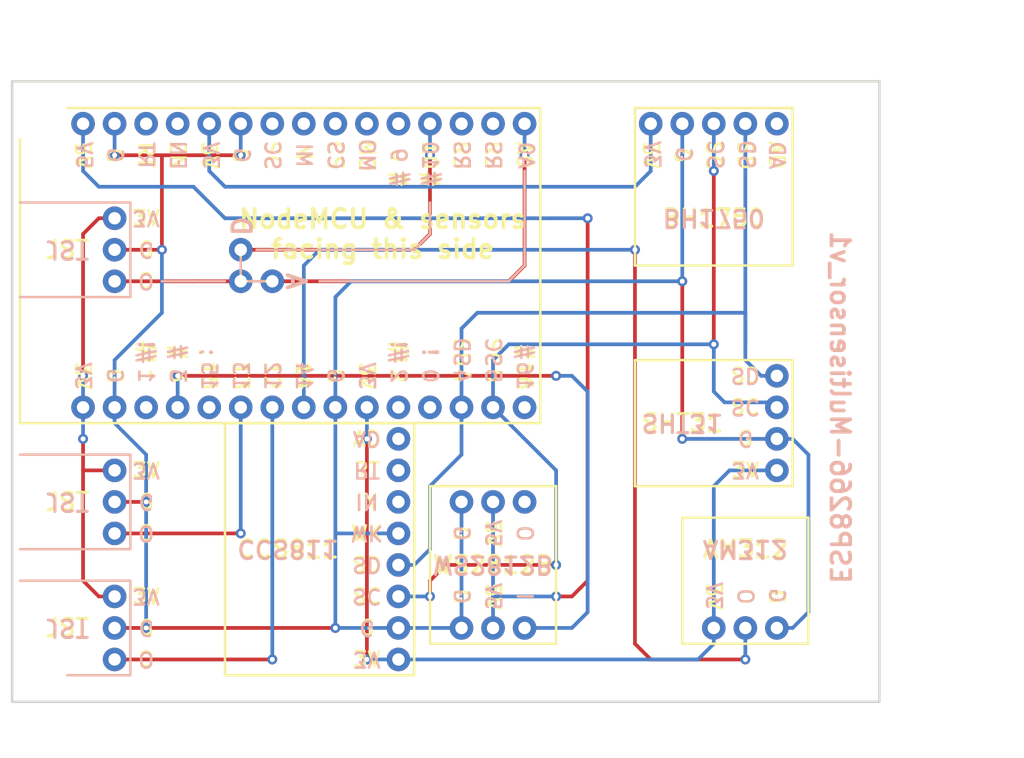
<source format=kicad_pcb>
(kicad_pcb (version 20171130) (host pcbnew "(5.0.0)")

  (general
    (thickness 1.6)
    (drawings 225)
    (tracks 161)
    (zones 0)
    (modules 73)
    (nets 1)
  )

  (page A4)
  (layers
    (0 F.Cu signal)
    (31 B.Cu signal)
    (32 B.Adhes user hide)
    (33 F.Adhes user hide)
    (34 B.Paste user hide)
    (35 F.Paste user hide)
    (36 B.SilkS user)
    (37 F.SilkS user)
    (38 B.Mask user hide)
    (39 F.Mask user hide)
    (40 Dwgs.User user hide)
    (41 Cmts.User user)
    (42 Eco1.User user hide)
    (43 Eco2.User user hide)
    (44 Edge.Cuts user)
    (45 Margin user hide)
    (46 B.CrtYd user hide)
    (47 F.CrtYd user hide)
    (48 B.Fab user hide)
    (49 F.Fab user hide)
  )

  (setup
    (last_trace_width 0.25)
    (trace_clearance 0.4)
    (zone_clearance 0.508)
    (zone_45_only no)
    (trace_min 0.2)
    (segment_width 0.2)
    (edge_width 0.2)
    (via_size 2)
    (via_drill 0.8)
    (via_min_size 0.2)
    (via_min_drill 0.1)
    (user_via 0.8 0.4)
    (uvia_size 0.3)
    (uvia_drill 0.1)
    (uvias_allowed no)
    (uvia_min_size 0.2)
    (uvia_min_drill 0.1)
    (pcb_text_width 0.3)
    (pcb_text_size 1.5 1.5)
    (mod_edge_width 0.15)
    (mod_text_size 1 1)
    (mod_text_width 0.15)
    (pad_size 1.524 1.524)
    (pad_drill 0.762)
    (pad_to_mask_clearance 0)
    (aux_axis_origin 0 0)
    (grid_origin 78.74 53.34)
    (visible_elements 7FFFFFFF)
    (pcbplotparams
      (layerselection 0x010fc_ffffffff)
      (usegerberextensions true)
      (usegerberattributes false)
      (usegerberadvancedattributes false)
      (creategerberjobfile false)
      (excludeedgelayer true)
      (linewidth 0.100000)
      (plotframeref false)
      (viasonmask false)
      (mode 1)
      (useauxorigin false)
      (hpglpennumber 1)
      (hpglpenspeed 20)
      (hpglpendiameter 15.000000)
      (psnegative false)
      (psa4output false)
      (plotreference true)
      (plotvalue true)
      (plotinvisibletext false)
      (padsonsilk false)
      (subtractmaskfromsilk false)
      (outputformat 1)
      (mirror false)
      (drillshape 0)
      (scaleselection 1)
      (outputdirectory ""))
  )

  (net 0 "")

  (net_class Default "Dies ist die voreingestellte Netzklasse."
    (clearance 0.4)
    (trace_width 0.25)
    (via_dia 2)
    (via_drill 0.8)
    (uvia_dia 0.3)
    (uvia_drill 0.1)
  )

  (net_class 2 ""
    (clearance 0.4)
    (trace_width 0.25)
    (via_dia 1)
    (via_drill 0.4)
    (uvia_dia 0.3)
    (uvia_drill 0.1)
  )

  (module TestPoint:TestPoint_THTPad_D1.9mm_Drill1.0mm (layer F.Cu) (tedit 5EA07AEB) (tstamp 5EAA2433)
    (at 81.28 53.34)
    (descr "THT pad as test Point, diameter 1.5mm, hole diameter 0.7mm")
    (tags "test point THT pad")
    (attr virtual)
    (fp_text reference REF** (at 0 -1.648) (layer F.Fab)
      (effects (font (size 1 1) (thickness 0.15)))
    )
    (fp_text value TestPoint_THTPad_D1.9mm_Drill1.0mm (at 0 1.75) (layer F.Fab) hide
      (effects (font (size 1 1) (thickness 0.15)))
    )
    (fp_text user %R (at 0 -1.65) (layer F.Fab)
      (effects (font (size 1 1) (thickness 0.15)))
    )
    (fp_circle (center 0 0) (end 1.25 0) (layer F.CrtYd) (width 0.05))
    (fp_circle (center 0 0) (end 0.95 0) (layer Dwgs.User) (width 0.12))
    (pad 1 thru_hole circle (at 0 0) (size 1.9 1.9) (drill 1) (layers *.Cu *.Mask))
  )

  (module TestPoint:TestPoint_THTPad_D1.9mm_Drill1.0mm (layer F.Cu) (tedit 5EA07AEB) (tstamp 5EAA2425)
    (at 78.74 53.34)
    (descr "THT pad as test Point, diameter 1.5mm, hole diameter 0.7mm")
    (tags "test point THT pad")
    (attr virtual)
    (fp_text reference REF** (at 0 -1.648) (layer F.Fab)
      (effects (font (size 1 1) (thickness 0.15)))
    )
    (fp_text value TestPoint_THTPad_D1.9mm_Drill1.0mm (at 0 1.75) (layer F.Fab) hide
      (effects (font (size 1 1) (thickness 0.15)))
    )
    (fp_text user %R (at 0 -1.65) (layer F.Fab)
      (effects (font (size 1 1) (thickness 0.15)))
    )
    (fp_circle (center 0 0) (end 1.25 0) (layer F.CrtYd) (width 0.05))
    (fp_circle (center 0 0) (end 0.95 0) (layer Dwgs.User) (width 0.12))
    (pad 1 thru_hole circle (at 0 0) (size 1.9 1.9) (drill 1) (layers *.Cu *.Mask))
  )

  (module TestPoint:TestPoint_THTPad_D1.9mm_Drill1.0mm (layer F.Cu) (tedit 5EA07AEB) (tstamp 5EAA27E8)
    (at 78.74 76.2)
    (descr "THT pad as test Point, diameter 1.5mm, hole diameter 0.7mm")
    (tags "test point THT pad")
    (attr virtual)
    (fp_text reference REF** (at 0 -1.648) (layer F.Fab)
      (effects (font (size 1 1) (thickness 0.15)))
    )
    (fp_text value TestPoint_THTPad_D1.9mm_Drill1.0mm (at 0 1.75) (layer F.Fab) hide
      (effects (font (size 1 1) (thickness 0.15)))
    )
    (fp_text user %R (at 0 -1.65) (layer F.Fab)
      (effects (font (size 1 1) (thickness 0.15)))
    )
    (fp_circle (center 0 0) (end 1.25 0) (layer F.CrtYd) (width 0.05))
    (fp_circle (center 0 0) (end 0.95 0) (layer Dwgs.User) (width 0.12))
    (pad 1 thru_hole circle (at 0 0) (size 1.9 1.9) (drill 1) (layers *.Cu *.Mask))
  )

  (module TestPoint:TestPoint_THTPad_D1.9mm_Drill1.0mm (layer F.Cu) (tedit 5EA07AEB) (tstamp 5EAA27DA)
    (at 81.28 76.2)
    (descr "THT pad as test Point, diameter 1.5mm, hole diameter 0.7mm")
    (tags "test point THT pad")
    (attr virtual)
    (fp_text reference REF** (at 0 -1.648) (layer F.Fab)
      (effects (font (size 1 1) (thickness 0.15)))
    )
    (fp_text value TestPoint_THTPad_D1.9mm_Drill1.0mm (at 0 1.75) (layer F.Fab) hide
      (effects (font (size 1 1) (thickness 0.15)))
    )
    (fp_text user %R (at 0 -1.65) (layer F.Fab)
      (effects (font (size 1 1) (thickness 0.15)))
    )
    (fp_circle (center 0 0) (end 1.25 0) (layer F.CrtYd) (width 0.05))
    (fp_circle (center 0 0) (end 0.95 0) (layer Dwgs.User) (width 0.12))
    (pad 1 thru_hole circle (at 0 0) (size 1.9 1.9) (drill 1) (layers *.Cu *.Mask))
  )

  (module TestPoint:TestPoint_THTPad_D1.9mm_Drill1.0mm (layer F.Cu) (tedit 5EA07AEB) (tstamp 5EAA27CC)
    (at 83.82 76.2)
    (descr "THT pad as test Point, diameter 1.5mm, hole diameter 0.7mm")
    (tags "test point THT pad")
    (attr virtual)
    (fp_text reference REF** (at 0 -1.648) (layer F.Fab)
      (effects (font (size 1 1) (thickness 0.15)))
    )
    (fp_text value TestPoint_THTPad_D1.9mm_Drill1.0mm (at 0 1.75) (layer F.Fab) hide
      (effects (font (size 1 1) (thickness 0.15)))
    )
    (fp_text user %R (at 0 -1.65) (layer F.Fab)
      (effects (font (size 1 1) (thickness 0.15)))
    )
    (fp_circle (center 0 0) (end 1.25 0) (layer F.CrtYd) (width 0.05))
    (fp_circle (center 0 0) (end 0.95 0) (layer Dwgs.User) (width 0.12))
    (pad 1 thru_hole circle (at 0 0) (size 1.9 1.9) (drill 1) (layers *.Cu *.Mask))
  )

  (module TestPoint:TestPoint_THTPad_D1.9mm_Drill1.0mm (layer F.Cu) (tedit 5EA07AEB) (tstamp 5EAA27BE)
    (at 86.36 76.2)
    (descr "THT pad as test Point, diameter 1.5mm, hole diameter 0.7mm")
    (tags "test point THT pad")
    (attr virtual)
    (fp_text reference REF** (at 0 -1.648) (layer F.Fab)
      (effects (font (size 1 1) (thickness 0.15)))
    )
    (fp_text value TestPoint_THTPad_D1.9mm_Drill1.0mm (at 0 1.75) (layer F.Fab) hide
      (effects (font (size 1 1) (thickness 0.15)))
    )
    (fp_text user %R (at 0 -1.65) (layer F.Fab)
      (effects (font (size 1 1) (thickness 0.15)))
    )
    (fp_circle (center 0 0) (end 1.25 0) (layer F.CrtYd) (width 0.05))
    (fp_circle (center 0 0) (end 0.95 0) (layer Dwgs.User) (width 0.12))
    (pad 1 thru_hole circle (at 0 0) (size 1.9 1.9) (drill 1) (layers *.Cu *.Mask))
  )

  (module TestPoint:TestPoint_THTPad_D1.9mm_Drill1.0mm (layer F.Cu) (tedit 5EA07AEB) (tstamp 5EAA27B0)
    (at 88.9 76.2)
    (descr "THT pad as test Point, diameter 1.5mm, hole diameter 0.7mm")
    (tags "test point THT pad")
    (attr virtual)
    (fp_text reference REF** (at 0 -1.648) (layer F.Fab)
      (effects (font (size 1 1) (thickness 0.15)))
    )
    (fp_text value TestPoint_THTPad_D1.9mm_Drill1.0mm (at 0 1.75) (layer F.Fab) hide
      (effects (font (size 1 1) (thickness 0.15)))
    )
    (fp_text user %R (at 0 -1.65) (layer F.Fab)
      (effects (font (size 1 1) (thickness 0.15)))
    )
    (fp_circle (center 0 0) (end 1.25 0) (layer F.CrtYd) (width 0.05))
    (fp_circle (center 0 0) (end 0.95 0) (layer Dwgs.User) (width 0.12))
    (pad 1 thru_hole circle (at 0 0) (size 1.9 1.9) (drill 1) (layers *.Cu *.Mask))
  )

  (module TestPoint:TestPoint_THTPad_D1.9mm_Drill1.0mm (layer F.Cu) (tedit 5EA07AEB) (tstamp 5EAA27A2)
    (at 91.44 76.2)
    (descr "THT pad as test Point, diameter 1.5mm, hole diameter 0.7mm")
    (tags "test point THT pad")
    (attr virtual)
    (fp_text reference REF** (at 0 -1.648) (layer F.Fab)
      (effects (font (size 1 1) (thickness 0.15)))
    )
    (fp_text value TestPoint_THTPad_D1.9mm_Drill1.0mm (at 0 1.75) (layer F.Fab) hide
      (effects (font (size 1 1) (thickness 0.15)))
    )
    (fp_text user %R (at 0 -1.65) (layer F.Fab)
      (effects (font (size 1 1) (thickness 0.15)))
    )
    (fp_circle (center 0 0) (end 1.25 0) (layer F.CrtYd) (width 0.05))
    (fp_circle (center 0 0) (end 0.95 0) (layer Dwgs.User) (width 0.12))
    (pad 1 thru_hole circle (at 0 0) (size 1.9 1.9) (drill 1) (layers *.Cu *.Mask))
  )

  (module TestPoint:TestPoint_THTPad_D1.9mm_Drill1.0mm (layer F.Cu) (tedit 5EA07AEB) (tstamp 5EAA2794)
    (at 93.98 76.2)
    (descr "THT pad as test Point, diameter 1.5mm, hole diameter 0.7mm")
    (tags "test point THT pad")
    (attr virtual)
    (fp_text reference REF** (at 0 -1.648) (layer F.Fab)
      (effects (font (size 1 1) (thickness 0.15)))
    )
    (fp_text value TestPoint_THTPad_D1.9mm_Drill1.0mm (at 0 1.75) (layer F.Fab) hide
      (effects (font (size 1 1) (thickness 0.15)))
    )
    (fp_text user %R (at 0 -1.65) (layer F.Fab)
      (effects (font (size 1 1) (thickness 0.15)))
    )
    (fp_circle (center 0 0) (end 1.25 0) (layer F.CrtYd) (width 0.05))
    (fp_circle (center 0 0) (end 0.95 0) (layer Dwgs.User) (width 0.12))
    (pad 1 thru_hole circle (at 0 0) (size 1.9 1.9) (drill 1) (layers *.Cu *.Mask))
  )

  (module TestPoint:TestPoint_THTPad_D1.9mm_Drill1.0mm (layer F.Cu) (tedit 5EA07AEB) (tstamp 5EAA2786)
    (at 96.52 76.2)
    (descr "THT pad as test Point, diameter 1.5mm, hole diameter 0.7mm")
    (tags "test point THT pad")
    (attr virtual)
    (fp_text reference REF** (at 0 -1.648) (layer F.Fab)
      (effects (font (size 1 1) (thickness 0.15)))
    )
    (fp_text value TestPoint_THTPad_D1.9mm_Drill1.0mm (at 0 1.75) (layer F.Fab) hide
      (effects (font (size 1 1) (thickness 0.15)))
    )
    (fp_text user %R (at 0 -1.65) (layer F.Fab)
      (effects (font (size 1 1) (thickness 0.15)))
    )
    (fp_circle (center 0 0) (end 1.25 0) (layer F.CrtYd) (width 0.05))
    (fp_circle (center 0 0) (end 0.95 0) (layer Dwgs.User) (width 0.12))
    (pad 1 thru_hole circle (at 0 0) (size 1.9 1.9) (drill 1) (layers *.Cu *.Mask))
  )

  (module TestPoint:TestPoint_THTPad_D1.9mm_Drill1.0mm (layer F.Cu) (tedit 5EA07AEB) (tstamp 5EAA2778)
    (at 99.06 76.2)
    (descr "THT pad as test Point, diameter 1.5mm, hole diameter 0.7mm")
    (tags "test point THT pad")
    (attr virtual)
    (fp_text reference REF** (at 0 -1.648) (layer F.Fab)
      (effects (font (size 1 1) (thickness 0.15)))
    )
    (fp_text value TestPoint_THTPad_D1.9mm_Drill1.0mm (at 0 1.75) (layer F.Fab) hide
      (effects (font (size 1 1) (thickness 0.15)))
    )
    (fp_text user %R (at 0 -1.65) (layer F.Fab)
      (effects (font (size 1 1) (thickness 0.15)))
    )
    (fp_circle (center 0 0) (end 1.25 0) (layer F.CrtYd) (width 0.05))
    (fp_circle (center 0 0) (end 0.95 0) (layer Dwgs.User) (width 0.12))
    (pad 1 thru_hole circle (at 0 0) (size 1.9 1.9) (drill 1) (layers *.Cu *.Mask))
  )

  (module TestPoint:TestPoint_THTPad_D1.9mm_Drill1.0mm (layer F.Cu) (tedit 5EA07AEB) (tstamp 5EAA276A)
    (at 101.6 76.2)
    (descr "THT pad as test Point, diameter 1.5mm, hole diameter 0.7mm")
    (tags "test point THT pad")
    (attr virtual)
    (fp_text reference REF** (at 0 -1.648) (layer F.Fab)
      (effects (font (size 1 1) (thickness 0.15)))
    )
    (fp_text value TestPoint_THTPad_D1.9mm_Drill1.0mm (at 0 1.75) (layer F.Fab) hide
      (effects (font (size 1 1) (thickness 0.15)))
    )
    (fp_text user %R (at 0 -1.65) (layer F.Fab)
      (effects (font (size 1 1) (thickness 0.15)))
    )
    (fp_circle (center 0 0) (end 1.25 0) (layer F.CrtYd) (width 0.05))
    (fp_circle (center 0 0) (end 0.95 0) (layer Dwgs.User) (width 0.12))
    (pad 1 thru_hole circle (at 0 0) (size 1.9 1.9) (drill 1) (layers *.Cu *.Mask))
  )

  (module TestPoint:TestPoint_THTPad_D1.9mm_Drill1.0mm (layer F.Cu) (tedit 5EA07AEB) (tstamp 5EAA275C)
    (at 114.3 76.2)
    (descr "THT pad as test Point, diameter 1.5mm, hole diameter 0.7mm")
    (tags "test point THT pad")
    (attr virtual)
    (fp_text reference REF** (at 0 -1.648) (layer F.Fab)
      (effects (font (size 1 1) (thickness 0.15)))
    )
    (fp_text value TestPoint_THTPad_D1.9mm_Drill1.0mm (at 0 1.75) (layer F.Fab) hide
      (effects (font (size 1 1) (thickness 0.15)))
    )
    (fp_text user %R (at 0 -1.65) (layer F.Fab)
      (effects (font (size 1 1) (thickness 0.15)))
    )
    (fp_circle (center 0 0) (end 1.25 0) (layer F.CrtYd) (width 0.05))
    (fp_circle (center 0 0) (end 0.95 0) (layer Dwgs.User) (width 0.12))
    (pad 1 thru_hole circle (at 0 0) (size 1.9 1.9) (drill 1) (layers *.Cu *.Mask))
  )

  (module TestPoint:TestPoint_THTPad_D1.9mm_Drill1.0mm (layer F.Cu) (tedit 5EA07AEB) (tstamp 5EAA274E)
    (at 111.76 76.2)
    (descr "THT pad as test Point, diameter 1.5mm, hole diameter 0.7mm")
    (tags "test point THT pad")
    (attr virtual)
    (fp_text reference REF** (at 0 -1.648) (layer F.Fab)
      (effects (font (size 1 1) (thickness 0.15)))
    )
    (fp_text value TestPoint_THTPad_D1.9mm_Drill1.0mm (at 0 1.75) (layer F.Fab) hide
      (effects (font (size 1 1) (thickness 0.15)))
    )
    (fp_text user %R (at 0 -1.65) (layer F.Fab)
      (effects (font (size 1 1) (thickness 0.15)))
    )
    (fp_circle (center 0 0) (end 1.25 0) (layer F.CrtYd) (width 0.05))
    (fp_circle (center 0 0) (end 0.95 0) (layer Dwgs.User) (width 0.12))
    (pad 1 thru_hole circle (at 0 0) (size 1.9 1.9) (drill 1) (layers *.Cu *.Mask))
  )

  (module TestPoint:TestPoint_THTPad_D1.9mm_Drill1.0mm (layer F.Cu) (tedit 5EA07AEB) (tstamp 5EAA2740)
    (at 109.22 76.2)
    (descr "THT pad as test Point, diameter 1.5mm, hole diameter 0.7mm")
    (tags "test point THT pad")
    (attr virtual)
    (fp_text reference REF** (at 0 -1.648) (layer F.Fab)
      (effects (font (size 1 1) (thickness 0.15)))
    )
    (fp_text value TestPoint_THTPad_D1.9mm_Drill1.0mm (at 0 1.75) (layer F.Fab) hide
      (effects (font (size 1 1) (thickness 0.15)))
    )
    (fp_text user %R (at 0 -1.65) (layer F.Fab)
      (effects (font (size 1 1) (thickness 0.15)))
    )
    (fp_circle (center 0 0) (end 1.25 0) (layer F.CrtYd) (width 0.05))
    (fp_circle (center 0 0) (end 0.95 0) (layer Dwgs.User) (width 0.12))
    (pad 1 thru_hole circle (at 0 0) (size 1.9 1.9) (drill 1) (layers *.Cu *.Mask))
  )

  (module TestPoint:TestPoint_THTPad_D1.9mm_Drill1.0mm (layer F.Cu) (tedit 5EA07AEB) (tstamp 5EAA2732)
    (at 106.68 76.2)
    (descr "THT pad as test Point, diameter 1.5mm, hole diameter 0.7mm")
    (tags "test point THT pad")
    (attr virtual)
    (fp_text reference REF** (at 0 -1.648) (layer F.Fab)
      (effects (font (size 1 1) (thickness 0.15)))
    )
    (fp_text value TestPoint_THTPad_D1.9mm_Drill1.0mm (at 0 1.75) (layer F.Fab) hide
      (effects (font (size 1 1) (thickness 0.15)))
    )
    (fp_text user %R (at 0 -1.65) (layer F.Fab)
      (effects (font (size 1 1) (thickness 0.15)))
    )
    (fp_circle (center 0 0) (end 1.25 0) (layer F.CrtYd) (width 0.05))
    (fp_circle (center 0 0) (end 0.95 0) (layer Dwgs.User) (width 0.12))
    (pad 1 thru_hole circle (at 0 0) (size 1.9 1.9) (drill 1) (layers *.Cu *.Mask))
  )

  (module TestPoint:TestPoint_THTPad_D1.9mm_Drill1.0mm (layer F.Cu) (tedit 5EA07AEB) (tstamp 5EAA2724)
    (at 104.14 76.2)
    (descr "THT pad as test Point, diameter 1.5mm, hole diameter 0.7mm")
    (tags "test point THT pad")
    (attr virtual)
    (fp_text reference REF** (at 0 -1.648) (layer F.Fab)
      (effects (font (size 1 1) (thickness 0.15)))
    )
    (fp_text value TestPoint_THTPad_D1.9mm_Drill1.0mm (at 0 1.75) (layer F.Fab) hide
      (effects (font (size 1 1) (thickness 0.15)))
    )
    (fp_text user %R (at 0 -1.65) (layer F.Fab)
      (effects (font (size 1 1) (thickness 0.15)))
    )
    (fp_circle (center 0 0) (end 1.25 0) (layer F.CrtYd) (width 0.05))
    (fp_circle (center 0 0) (end 0.95 0) (layer Dwgs.User) (width 0.12))
    (pad 1 thru_hole circle (at 0 0) (size 1.9 1.9) (drill 1) (layers *.Cu *.Mask))
  )

  (module TestPoint:TestPoint_THTPad_D1.9mm_Drill1.0mm (layer F.Cu) (tedit 5EA07AEB) (tstamp 5EAA2716)
    (at 104.14 78.74)
    (descr "THT pad as test Point, diameter 1.5mm, hole diameter 0.7mm")
    (tags "test point THT pad")
    (attr virtual)
    (fp_text reference REF** (at 0 -1.648) (layer F.Fab)
      (effects (font (size 1 1) (thickness 0.15)))
    )
    (fp_text value TestPoint_THTPad_D1.9mm_Drill1.0mm (at 0 1.75) (layer F.Fab) hide
      (effects (font (size 1 1) (thickness 0.15)))
    )
    (fp_text user %R (at 0 -1.65) (layer F.Fab)
      (effects (font (size 1 1) (thickness 0.15)))
    )
    (fp_circle (center 0 0) (end 1.25 0) (layer F.CrtYd) (width 0.05))
    (fp_circle (center 0 0) (end 0.95 0) (layer Dwgs.User) (width 0.12))
    (pad 1 thru_hole circle (at 0 0) (size 1.9 1.9) (drill 1) (layers *.Cu *.Mask))
  )

  (module TestPoint:TestPoint_THTPad_D1.9mm_Drill1.0mm (layer F.Cu) (tedit 5EA07AEB) (tstamp 5EAA2708)
    (at 104.14 81.28)
    (descr "THT pad as test Point, diameter 1.5mm, hole diameter 0.7mm")
    (tags "test point THT pad")
    (attr virtual)
    (fp_text reference REF** (at 0 -1.648) (layer F.Fab)
      (effects (font (size 1 1) (thickness 0.15)))
    )
    (fp_text value TestPoint_THTPad_D1.9mm_Drill1.0mm (at 0 1.75) (layer F.Fab) hide
      (effects (font (size 1 1) (thickness 0.15)))
    )
    (fp_text user %R (at 0 -1.65) (layer F.Fab)
      (effects (font (size 1 1) (thickness 0.15)))
    )
    (fp_circle (center 0 0) (end 1.25 0) (layer F.CrtYd) (width 0.05))
    (fp_circle (center 0 0) (end 0.95 0) (layer Dwgs.User) (width 0.12))
    (pad 1 thru_hole circle (at 0 0) (size 1.9 1.9) (drill 1) (layers *.Cu *.Mask))
  )

  (module TestPoint:TestPoint_THTPad_D1.9mm_Drill1.0mm (layer F.Cu) (tedit 5EA07AEB) (tstamp 5EAA26FA)
    (at 104.14 83.82)
    (descr "THT pad as test Point, diameter 1.5mm, hole diameter 0.7mm")
    (tags "test point THT pad")
    (attr virtual)
    (fp_text reference REF** (at 0 -1.648) (layer F.Fab)
      (effects (font (size 1 1) (thickness 0.15)))
    )
    (fp_text value TestPoint_THTPad_D1.9mm_Drill1.0mm (at 0 1.75) (layer F.Fab) hide
      (effects (font (size 1 1) (thickness 0.15)))
    )
    (fp_text user %R (at 0 -1.65) (layer F.Fab)
      (effects (font (size 1 1) (thickness 0.15)))
    )
    (fp_circle (center 0 0) (end 1.25 0) (layer F.CrtYd) (width 0.05))
    (fp_circle (center 0 0) (end 0.95 0) (layer Dwgs.User) (width 0.12))
    (pad 1 thru_hole circle (at 0 0) (size 1.9 1.9) (drill 1) (layers *.Cu *.Mask))
  )

  (module TestPoint:TestPoint_THTPad_D1.9mm_Drill1.0mm (layer F.Cu) (tedit 5EA07AEB) (tstamp 5EAA26EC)
    (at 104.14 86.36)
    (descr "THT pad as test Point, diameter 1.5mm, hole diameter 0.7mm")
    (tags "test point THT pad")
    (attr virtual)
    (fp_text reference REF** (at 0 -1.648) (layer F.Fab)
      (effects (font (size 1 1) (thickness 0.15)))
    )
    (fp_text value TestPoint_THTPad_D1.9mm_Drill1.0mm (at 0 1.75) (layer F.Fab) hide
      (effects (font (size 1 1) (thickness 0.15)))
    )
    (fp_text user %R (at 0 -1.65) (layer F.Fab)
      (effects (font (size 1 1) (thickness 0.15)))
    )
    (fp_circle (center 0 0) (end 1.25 0) (layer F.CrtYd) (width 0.05))
    (fp_circle (center 0 0) (end 0.95 0) (layer Dwgs.User) (width 0.12))
    (pad 1 thru_hole circle (at 0 0) (size 1.9 1.9) (drill 1) (layers *.Cu *.Mask))
  )

  (module TestPoint:TestPoint_THTPad_D1.9mm_Drill1.0mm (layer F.Cu) (tedit 5EA07AEB) (tstamp 5EAA26DE)
    (at 104.14 88.9)
    (descr "THT pad as test Point, diameter 1.5mm, hole diameter 0.7mm")
    (tags "test point THT pad")
    (attr virtual)
    (fp_text reference REF** (at 0 -1.648) (layer F.Fab)
      (effects (font (size 1 1) (thickness 0.15)))
    )
    (fp_text value TestPoint_THTPad_D1.9mm_Drill1.0mm (at 0 1.75) (layer F.Fab) hide
      (effects (font (size 1 1) (thickness 0.15)))
    )
    (fp_text user %R (at 0 -1.65) (layer F.Fab)
      (effects (font (size 1 1) (thickness 0.15)))
    )
    (fp_circle (center 0 0) (end 1.25 0) (layer F.CrtYd) (width 0.05))
    (fp_circle (center 0 0) (end 0.95 0) (layer Dwgs.User) (width 0.12))
    (pad 1 thru_hole circle (at 0 0) (size 1.9 1.9) (drill 1) (layers *.Cu *.Mask))
  )

  (module TestPoint:TestPoint_THTPad_D1.9mm_Drill1.0mm (layer F.Cu) (tedit 5EA07AEB) (tstamp 5EAA26D0)
    (at 104.14 91.44)
    (descr "THT pad as test Point, diameter 1.5mm, hole diameter 0.7mm")
    (tags "test point THT pad")
    (attr virtual)
    (fp_text reference REF** (at 0 -1.648) (layer F.Fab)
      (effects (font (size 1 1) (thickness 0.15)))
    )
    (fp_text value TestPoint_THTPad_D1.9mm_Drill1.0mm (at 0 1.75) (layer F.Fab) hide
      (effects (font (size 1 1) (thickness 0.15)))
    )
    (fp_text user %R (at 0 -1.65) (layer F.Fab)
      (effects (font (size 1 1) (thickness 0.15)))
    )
    (fp_circle (center 0 0) (end 1.25 0) (layer F.CrtYd) (width 0.05))
    (fp_circle (center 0 0) (end 0.95 0) (layer Dwgs.User) (width 0.12))
    (pad 1 thru_hole circle (at 0 0) (size 1.9 1.9) (drill 1) (layers *.Cu *.Mask))
  )

  (module TestPoint:TestPoint_THTPad_D1.9mm_Drill1.0mm (layer F.Cu) (tedit 5EA07AEB) (tstamp 5EAA26C2)
    (at 104.14 93.98)
    (descr "THT pad as test Point, diameter 1.5mm, hole diameter 0.7mm")
    (tags "test point THT pad")
    (attr virtual)
    (fp_text reference REF** (at 0 -1.648) (layer F.Fab)
      (effects (font (size 1 1) (thickness 0.15)))
    )
    (fp_text value TestPoint_THTPad_D1.9mm_Drill1.0mm (at 0 1.75) (layer F.Fab) hide
      (effects (font (size 1 1) (thickness 0.15)))
    )
    (fp_text user %R (at 0 -1.65) (layer F.Fab)
      (effects (font (size 1 1) (thickness 0.15)))
    )
    (fp_circle (center 0 0) (end 1.25 0) (layer F.CrtYd) (width 0.05))
    (fp_circle (center 0 0) (end 0.95 0) (layer Dwgs.User) (width 0.12))
    (pad 1 thru_hole circle (at 0 0) (size 1.9 1.9) (drill 1) (layers *.Cu *.Mask))
  )

  (module TestPoint:TestPoint_THTPad_D1.9mm_Drill1.0mm (layer F.Cu) (tedit 5EA07AEB) (tstamp 5EAA26B4)
    (at 104.14 96.52)
    (descr "THT pad as test Point, diameter 1.5mm, hole diameter 0.7mm")
    (tags "test point THT pad")
    (attr virtual)
    (fp_text reference REF** (at 0 -1.648) (layer F.Fab)
      (effects (font (size 1 1) (thickness 0.15)))
    )
    (fp_text value TestPoint_THTPad_D1.9mm_Drill1.0mm (at 0 1.75) (layer F.Fab) hide
      (effects (font (size 1 1) (thickness 0.15)))
    )
    (fp_text user %R (at 0 -1.65) (layer F.Fab)
      (effects (font (size 1 1) (thickness 0.15)))
    )
    (fp_circle (center 0 0) (end 1.25 0) (layer F.CrtYd) (width 0.05))
    (fp_circle (center 0 0) (end 0.95 0) (layer Dwgs.User) (width 0.12))
    (pad 1 thru_hole circle (at 0 0) (size 1.9 1.9) (drill 1) (layers *.Cu *.Mask))
  )

  (module TestPoint:TestPoint_THTPad_D1.9mm_Drill1.0mm (layer F.Cu) (tedit 5EA07AEB) (tstamp 5EAA268F)
    (at 81.28 96.52)
    (descr "THT pad as test Point, diameter 1.5mm, hole diameter 0.7mm")
    (tags "test point THT pad")
    (attr virtual)
    (fp_text reference REF** (at 0 -1.648) (layer F.Fab)
      (effects (font (size 1 1) (thickness 0.15)))
    )
    (fp_text value TestPoint_THTPad_D1.9mm_Drill1.0mm (at 0 1.75) (layer F.Fab) hide
      (effects (font (size 1 1) (thickness 0.15)))
    )
    (fp_text user %R (at 0 -1.65) (layer F.Fab)
      (effects (font (size 1 1) (thickness 0.15)))
    )
    (fp_circle (center 0 0) (end 1.25 0) (layer F.CrtYd) (width 0.05))
    (fp_circle (center 0 0) (end 0.95 0) (layer Dwgs.User) (width 0.12))
    (pad 1 thru_hole circle (at 0 0) (size 1.9 1.9) (drill 1) (layers *.Cu *.Mask))
  )

  (module TestPoint:TestPoint_THTPad_D1.9mm_Drill1.0mm (layer F.Cu) (tedit 5EA07AEB) (tstamp 5EAA2681)
    (at 81.28 93.98)
    (descr "THT pad as test Point, diameter 1.5mm, hole diameter 0.7mm")
    (tags "test point THT pad")
    (attr virtual)
    (fp_text reference REF** (at 0 -1.648) (layer F.Fab)
      (effects (font (size 1 1) (thickness 0.15)))
    )
    (fp_text value TestPoint_THTPad_D1.9mm_Drill1.0mm (at 0 1.75) (layer F.Fab) hide
      (effects (font (size 1 1) (thickness 0.15)))
    )
    (fp_text user %R (at 0 -1.65) (layer F.Fab)
      (effects (font (size 1 1) (thickness 0.15)))
    )
    (fp_circle (center 0 0) (end 1.25 0) (layer F.CrtYd) (width 0.05))
    (fp_circle (center 0 0) (end 0.95 0) (layer Dwgs.User) (width 0.12))
    (pad 1 thru_hole circle (at 0 0) (size 1.9 1.9) (drill 1) (layers *.Cu *.Mask))
  )

  (module TestPoint:TestPoint_THTPad_D1.9mm_Drill1.0mm (layer F.Cu) (tedit 5EA07AEB) (tstamp 5EAA2673)
    (at 81.28 91.44)
    (descr "THT pad as test Point, diameter 1.5mm, hole diameter 0.7mm")
    (tags "test point THT pad")
    (attr virtual)
    (fp_text reference REF** (at 0 -1.648) (layer F.Fab)
      (effects (font (size 1 1) (thickness 0.15)))
    )
    (fp_text value TestPoint_THTPad_D1.9mm_Drill1.0mm (at 0 1.75) (layer F.Fab) hide
      (effects (font (size 1 1) (thickness 0.15)))
    )
    (fp_text user %R (at 0 -1.65) (layer F.Fab)
      (effects (font (size 1 1) (thickness 0.15)))
    )
    (fp_circle (center 0 0) (end 1.25 0) (layer F.CrtYd) (width 0.05))
    (fp_circle (center 0 0) (end 0.95 0) (layer Dwgs.User) (width 0.12))
    (pad 1 thru_hole circle (at 0 0) (size 1.9 1.9) (drill 1) (layers *.Cu *.Mask))
  )

  (module TestPoint:TestPoint_THTPad_D1.9mm_Drill1.0mm (layer F.Cu) (tedit 5EA07AEB) (tstamp 5EAA2665)
    (at 81.28 86.36)
    (descr "THT pad as test Point, diameter 1.5mm, hole diameter 0.7mm")
    (tags "test point THT pad")
    (attr virtual)
    (fp_text reference REF** (at 0 -1.648) (layer F.Fab)
      (effects (font (size 1 1) (thickness 0.15)))
    )
    (fp_text value TestPoint_THTPad_D1.9mm_Drill1.0mm (at 0 1.75) (layer F.Fab) hide
      (effects (font (size 1 1) (thickness 0.15)))
    )
    (fp_text user %R (at 0 -1.65) (layer F.Fab)
      (effects (font (size 1 1) (thickness 0.15)))
    )
    (fp_circle (center 0 0) (end 1.25 0) (layer F.CrtYd) (width 0.05))
    (fp_circle (center 0 0) (end 0.95 0) (layer Dwgs.User) (width 0.12))
    (pad 1 thru_hole circle (at 0 0) (size 1.9 1.9) (drill 1) (layers *.Cu *.Mask))
  )

  (module TestPoint:TestPoint_THTPad_D1.9mm_Drill1.0mm (layer F.Cu) (tedit 5EA07AEB) (tstamp 5EAA2657)
    (at 81.28 83.82)
    (descr "THT pad as test Point, diameter 1.5mm, hole diameter 0.7mm")
    (tags "test point THT pad")
    (attr virtual)
    (fp_text reference REF** (at 0 -1.648) (layer F.Fab)
      (effects (font (size 1 1) (thickness 0.15)))
    )
    (fp_text value TestPoint_THTPad_D1.9mm_Drill1.0mm (at 0 1.75) (layer F.Fab) hide
      (effects (font (size 1 1) (thickness 0.15)))
    )
    (fp_text user %R (at 0 -1.65) (layer F.Fab)
      (effects (font (size 1 1) (thickness 0.15)))
    )
    (fp_circle (center 0 0) (end 1.25 0) (layer F.CrtYd) (width 0.05))
    (fp_circle (center 0 0) (end 0.95 0) (layer Dwgs.User) (width 0.12))
    (pad 1 thru_hole circle (at 0 0) (size 1.9 1.9) (drill 1) (layers *.Cu *.Mask))
  )

  (module TestPoint:TestPoint_THTPad_D1.9mm_Drill1.0mm (layer F.Cu) (tedit 5EA07AEB) (tstamp 5EAA2649)
    (at 81.28 81.28)
    (descr "THT pad as test Point, diameter 1.5mm, hole diameter 0.7mm")
    (tags "test point THT pad")
    (attr virtual)
    (fp_text reference REF** (at 0 -1.648) (layer F.Fab)
      (effects (font (size 1 1) (thickness 0.15)))
    )
    (fp_text value TestPoint_THTPad_D1.9mm_Drill1.0mm (at 0 1.75) (layer F.Fab) hide
      (effects (font (size 1 1) (thickness 0.15)))
    )
    (fp_text user %R (at 0 -1.65) (layer F.Fab)
      (effects (font (size 1 1) (thickness 0.15)))
    )
    (fp_circle (center 0 0) (end 1.25 0) (layer F.CrtYd) (width 0.05))
    (fp_circle (center 0 0) (end 0.95 0) (layer Dwgs.User) (width 0.12))
    (pad 1 thru_hole circle (at 0 0) (size 1.9 1.9) (drill 1) (layers *.Cu *.Mask))
  )

  (module TestPoint:TestPoint_THTPad_D1.9mm_Drill1.0mm (layer F.Cu) (tedit 5EA07AEB) (tstamp 5EAA263B)
    (at 114.3 83.82)
    (descr "THT pad as test Point, diameter 1.5mm, hole diameter 0.7mm")
    (tags "test point THT pad")
    (attr virtual)
    (fp_text reference REF** (at 0 -1.648) (layer F.Fab)
      (effects (font (size 1 1) (thickness 0.15)))
    )
    (fp_text value TestPoint_THTPad_D1.9mm_Drill1.0mm (at 0 1.75) (layer F.Fab) hide
      (effects (font (size 1 1) (thickness 0.15)))
    )
    (fp_text user %R (at 0 -1.65) (layer F.Fab)
      (effects (font (size 1 1) (thickness 0.15)))
    )
    (fp_circle (center 0 0) (end 1.25 0) (layer F.CrtYd) (width 0.05))
    (fp_circle (center 0 0) (end 0.95 0) (layer Dwgs.User) (width 0.12))
    (pad 1 thru_hole circle (at 0 0) (size 1.9 1.9) (drill 1) (layers *.Cu *.Mask))
  )

  (module TestPoint:TestPoint_THTPad_D1.9mm_Drill1.0mm (layer F.Cu) (tedit 5EA07AEB) (tstamp 5EAA262D)
    (at 111.76 83.82)
    (descr "THT pad as test Point, diameter 1.5mm, hole diameter 0.7mm")
    (tags "test point THT pad")
    (attr virtual)
    (fp_text reference REF** (at 0 -1.648) (layer F.Fab)
      (effects (font (size 1 1) (thickness 0.15)))
    )
    (fp_text value TestPoint_THTPad_D1.9mm_Drill1.0mm (at 0 1.75) (layer F.Fab) hide
      (effects (font (size 1 1) (thickness 0.15)))
    )
    (fp_text user %R (at 0 -1.65) (layer F.Fab)
      (effects (font (size 1 1) (thickness 0.15)))
    )
    (fp_circle (center 0 0) (end 1.25 0) (layer F.CrtYd) (width 0.05))
    (fp_circle (center 0 0) (end 0.95 0) (layer Dwgs.User) (width 0.12))
    (pad 1 thru_hole circle (at 0 0) (size 1.9 1.9) (drill 1) (layers *.Cu *.Mask))
  )

  (module TestPoint:TestPoint_THTPad_D1.9mm_Drill1.0mm (layer F.Cu) (tedit 5EA07AEB) (tstamp 5EAA261F)
    (at 109.22 83.82)
    (descr "THT pad as test Point, diameter 1.5mm, hole diameter 0.7mm")
    (tags "test point THT pad")
    (attr virtual)
    (fp_text reference REF** (at 0 -1.648) (layer F.Fab)
      (effects (font (size 1 1) (thickness 0.15)))
    )
    (fp_text value TestPoint_THTPad_D1.9mm_Drill1.0mm (at 0 1.75) (layer F.Fab) hide
      (effects (font (size 1 1) (thickness 0.15)))
    )
    (fp_text user %R (at 0 -1.65) (layer F.Fab)
      (effects (font (size 1 1) (thickness 0.15)))
    )
    (fp_circle (center 0 0) (end 1.25 0) (layer F.CrtYd) (width 0.05))
    (fp_circle (center 0 0) (end 0.95 0) (layer Dwgs.User) (width 0.12))
    (pad 1 thru_hole circle (at 0 0) (size 1.9 1.9) (drill 1) (layers *.Cu *.Mask))
  )

  (module TestPoint:TestPoint_THTPad_D1.9mm_Drill1.0mm (layer F.Cu) (tedit 5EA07AEB) (tstamp 5EAA2611)
    (at 109.22 93.98)
    (descr "THT pad as test Point, diameter 1.5mm, hole diameter 0.7mm")
    (tags "test point THT pad")
    (attr virtual)
    (fp_text reference REF** (at 0 -1.648) (layer F.Fab)
      (effects (font (size 1 1) (thickness 0.15)))
    )
    (fp_text value TestPoint_THTPad_D1.9mm_Drill1.0mm (at 0 1.75) (layer F.Fab) hide
      (effects (font (size 1 1) (thickness 0.15)))
    )
    (fp_text user %R (at 0 -1.65) (layer F.Fab)
      (effects (font (size 1 1) (thickness 0.15)))
    )
    (fp_circle (center 0 0) (end 1.25 0) (layer F.CrtYd) (width 0.05))
    (fp_circle (center 0 0) (end 0.95 0) (layer Dwgs.User) (width 0.12))
    (pad 1 thru_hole circle (at 0 0) (size 1.9 1.9) (drill 1) (layers *.Cu *.Mask))
  )

  (module TestPoint:TestPoint_THTPad_D1.9mm_Drill1.0mm (layer F.Cu) (tedit 5EA07AEB) (tstamp 5EAA2603)
    (at 111.76 93.98)
    (descr "THT pad as test Point, diameter 1.5mm, hole diameter 0.7mm")
    (tags "test point THT pad")
    (attr virtual)
    (fp_text reference REF** (at 0 -1.648) (layer F.Fab)
      (effects (font (size 1 1) (thickness 0.15)))
    )
    (fp_text value TestPoint_THTPad_D1.9mm_Drill1.0mm (at 0 1.75) (layer F.Fab) hide
      (effects (font (size 1 1) (thickness 0.15)))
    )
    (fp_text user %R (at 0 -1.65) (layer F.Fab)
      (effects (font (size 1 1) (thickness 0.15)))
    )
    (fp_circle (center 0 0) (end 1.25 0) (layer F.CrtYd) (width 0.05))
    (fp_circle (center 0 0) (end 0.95 0) (layer Dwgs.User) (width 0.12))
    (pad 1 thru_hole circle (at 0 0) (size 1.9 1.9) (drill 1) (layers *.Cu *.Mask))
  )

  (module TestPoint:TestPoint_THTPad_D1.9mm_Drill1.0mm (layer F.Cu) (tedit 5EA07AEB) (tstamp 5EAA25F5)
    (at 114.3 93.98)
    (descr "THT pad as test Point, diameter 1.5mm, hole diameter 0.7mm")
    (tags "test point THT pad")
    (attr virtual)
    (fp_text reference REF** (at 0 -1.648) (layer F.Fab)
      (effects (font (size 1 1) (thickness 0.15)))
    )
    (fp_text value TestPoint_THTPad_D1.9mm_Drill1.0mm (at 0 1.75) (layer F.Fab) hide
      (effects (font (size 1 1) (thickness 0.15)))
    )
    (fp_text user %R (at 0 -1.65) (layer F.Fab)
      (effects (font (size 1 1) (thickness 0.15)))
    )
    (fp_circle (center 0 0) (end 1.25 0) (layer F.CrtYd) (width 0.05))
    (fp_circle (center 0 0) (end 0.95 0) (layer Dwgs.User) (width 0.12))
    (pad 1 thru_hole circle (at 0 0) (size 1.9 1.9) (drill 1) (layers *.Cu *.Mask))
  )

  (module TestPoint:TestPoint_THTPad_D1.9mm_Drill1.0mm (layer F.Cu) (tedit 5EA07AEB) (tstamp 5EAA25E7)
    (at 129.54 93.98)
    (descr "THT pad as test Point, diameter 1.5mm, hole diameter 0.7mm")
    (tags "test point THT pad")
    (attr virtual)
    (fp_text reference REF** (at 0 -1.648) (layer F.Fab)
      (effects (font (size 1 1) (thickness 0.15)))
    )
    (fp_text value TestPoint_THTPad_D1.9mm_Drill1.0mm (at 0 1.75) (layer F.Fab) hide
      (effects (font (size 1 1) (thickness 0.15)))
    )
    (fp_text user %R (at 0 -1.65) (layer F.Fab)
      (effects (font (size 1 1) (thickness 0.15)))
    )
    (fp_circle (center 0 0) (end 1.25 0) (layer F.CrtYd) (width 0.05))
    (fp_circle (center 0 0) (end 0.95 0) (layer Dwgs.User) (width 0.12))
    (pad 1 thru_hole circle (at 0 0) (size 1.9 1.9) (drill 1) (layers *.Cu *.Mask))
  )

  (module TestPoint:TestPoint_THTPad_D1.9mm_Drill1.0mm (layer F.Cu) (tedit 5EA07AEB) (tstamp 5EAA25D9)
    (at 132.08 93.98)
    (descr "THT pad as test Point, diameter 1.5mm, hole diameter 0.7mm")
    (tags "test point THT pad")
    (attr virtual)
    (fp_text reference REF** (at 0 -1.648) (layer F.Fab)
      (effects (font (size 1 1) (thickness 0.15)))
    )
    (fp_text value TestPoint_THTPad_D1.9mm_Drill1.0mm (at 0 1.75) (layer F.Fab) hide
      (effects (font (size 1 1) (thickness 0.15)))
    )
    (fp_text user %R (at 0 -1.65) (layer F.Fab)
      (effects (font (size 1 1) (thickness 0.15)))
    )
    (fp_circle (center 0 0) (end 1.25 0) (layer F.CrtYd) (width 0.05))
    (fp_circle (center 0 0) (end 0.95 0) (layer Dwgs.User) (width 0.12))
    (pad 1 thru_hole circle (at 0 0) (size 1.9 1.9) (drill 1) (layers *.Cu *.Mask))
  )

  (module TestPoint:TestPoint_THTPad_D1.9mm_Drill1.0mm (layer F.Cu) (tedit 5EA07AEB) (tstamp 5EAA25CB)
    (at 134.62 93.98)
    (descr "THT pad as test Point, diameter 1.5mm, hole diameter 0.7mm")
    (tags "test point THT pad")
    (attr virtual)
    (fp_text reference REF** (at 0 -1.648) (layer F.Fab)
      (effects (font (size 1 1) (thickness 0.15)))
    )
    (fp_text value TestPoint_THTPad_D1.9mm_Drill1.0mm (at 0 1.75) (layer F.Fab) hide
      (effects (font (size 1 1) (thickness 0.15)))
    )
    (fp_text user %R (at 0 -1.65) (layer F.Fab)
      (effects (font (size 1 1) (thickness 0.15)))
    )
    (fp_circle (center 0 0) (end 1.25 0) (layer F.CrtYd) (width 0.05))
    (fp_circle (center 0 0) (end 0.95 0) (layer Dwgs.User) (width 0.12))
    (pad 1 thru_hole circle (at 0 0) (size 1.9 1.9) (drill 1) (layers *.Cu *.Mask))
  )

  (module TestPoint:TestPoint_THTPad_D1.9mm_Drill1.0mm (layer F.Cu) (tedit 5EA07AEB) (tstamp 5EAA25BD)
    (at 134.62 81.28)
    (descr "THT pad as test Point, diameter 1.5mm, hole diameter 0.7mm")
    (tags "test point THT pad")
    (attr virtual)
    (fp_text reference REF** (at 0 -1.648) (layer F.Fab)
      (effects (font (size 1 1) (thickness 0.15)))
    )
    (fp_text value TestPoint_THTPad_D1.9mm_Drill1.0mm (at 0 1.75) (layer F.Fab) hide
      (effects (font (size 1 1) (thickness 0.15)))
    )
    (fp_text user %R (at 0 -1.65) (layer F.Fab)
      (effects (font (size 1 1) (thickness 0.15)))
    )
    (fp_circle (center 0 0) (end 1.25 0) (layer F.CrtYd) (width 0.05))
    (fp_circle (center 0 0) (end 0.95 0) (layer Dwgs.User) (width 0.12))
    (pad 1 thru_hole circle (at 0 0) (size 1.9 1.9) (drill 1) (layers *.Cu *.Mask))
  )

  (module TestPoint:TestPoint_THTPad_D1.9mm_Drill1.0mm (layer F.Cu) (tedit 5EA07AEB) (tstamp 5EAA25AF)
    (at 134.62 78.74)
    (descr "THT pad as test Point, diameter 1.5mm, hole diameter 0.7mm")
    (tags "test point THT pad")
    (attr virtual)
    (fp_text reference REF** (at 0 -1.648) (layer F.Fab)
      (effects (font (size 1 1) (thickness 0.15)))
    )
    (fp_text value TestPoint_THTPad_D1.9mm_Drill1.0mm (at 0 1.75) (layer F.Fab) hide
      (effects (font (size 1 1) (thickness 0.15)))
    )
    (fp_text user %R (at 0 -1.65) (layer F.Fab)
      (effects (font (size 1 1) (thickness 0.15)))
    )
    (fp_circle (center 0 0) (end 1.25 0) (layer F.CrtYd) (width 0.05))
    (fp_circle (center 0 0) (end 0.95 0) (layer Dwgs.User) (width 0.12))
    (pad 1 thru_hole circle (at 0 0) (size 1.9 1.9) (drill 1) (layers *.Cu *.Mask))
  )

  (module TestPoint:TestPoint_THTPad_D1.9mm_Drill1.0mm (layer F.Cu) (tedit 5EA07AEB) (tstamp 5EAA25A1)
    (at 134.62 76.2)
    (descr "THT pad as test Point, diameter 1.5mm, hole diameter 0.7mm")
    (tags "test point THT pad")
    (attr virtual)
    (fp_text reference REF** (at 0 -1.648) (layer F.Fab)
      (effects (font (size 1 1) (thickness 0.15)))
    )
    (fp_text value TestPoint_THTPad_D1.9mm_Drill1.0mm (at 0 1.75) (layer F.Fab) hide
      (effects (font (size 1 1) (thickness 0.15)))
    )
    (fp_text user %R (at 0 -1.65) (layer F.Fab)
      (effects (font (size 1 1) (thickness 0.15)))
    )
    (fp_circle (center 0 0) (end 1.25 0) (layer F.CrtYd) (width 0.05))
    (fp_circle (center 0 0) (end 0.95 0) (layer Dwgs.User) (width 0.12))
    (pad 1 thru_hole circle (at 0 0) (size 1.9 1.9) (drill 1) (layers *.Cu *.Mask))
  )

  (module TestPoint:TestPoint_THTPad_D1.9mm_Drill1.0mm (layer F.Cu) (tedit 5EA07AEB) (tstamp 5EAA2593)
    (at 134.62 73.66)
    (descr "THT pad as test Point, diameter 1.5mm, hole diameter 0.7mm")
    (tags "test point THT pad")
    (attr virtual)
    (fp_text reference REF** (at 0 -1.648) (layer F.Fab)
      (effects (font (size 1 1) (thickness 0.15)))
    )
    (fp_text value TestPoint_THTPad_D1.9mm_Drill1.0mm (at 0 1.75) (layer F.Fab) hide
      (effects (font (size 1 1) (thickness 0.15)))
    )
    (fp_text user %R (at 0 -1.65) (layer F.Fab)
      (effects (font (size 1 1) (thickness 0.15)))
    )
    (fp_circle (center 0 0) (end 1.25 0) (layer F.CrtYd) (width 0.05))
    (fp_circle (center 0 0) (end 0.95 0) (layer Dwgs.User) (width 0.12))
    (pad 1 thru_hole circle (at 0 0) (size 1.9 1.9) (drill 1) (layers *.Cu *.Mask))
  )

  (module TestPoint:TestPoint_THTPad_D1.9mm_Drill1.0mm (layer F.Cu) (tedit 5EA07AEB) (tstamp 5EAA2581)
    (at 93.98 66.04)
    (descr "THT pad as test Point, diameter 1.5mm, hole diameter 0.7mm")
    (tags "test point THT pad")
    (attr virtual)
    (fp_text reference REF** (at 0 -1.648) (layer F.Fab)
      (effects (font (size 1 1) (thickness 0.15)))
    )
    (fp_text value TestPoint_THTPad_D1.9mm_Drill1.0mm (at 0 1.75) (layer F.Fab) hide
      (effects (font (size 1 1) (thickness 0.15)))
    )
    (fp_text user %R (at 0 -1.65) (layer F.Fab)
      (effects (font (size 1 1) (thickness 0.15)))
    )
    (fp_circle (center 0 0) (end 1.25 0) (layer F.CrtYd) (width 0.05))
    (fp_circle (center 0 0) (end 0.95 0) (layer Dwgs.User) (width 0.12))
    (pad 1 thru_hole circle (at 0 0) (size 1.9 1.9) (drill 1) (layers *.Cu *.Mask))
  )

  (module TestPoint:TestPoint_THTPad_D1.9mm_Drill1.0mm (layer F.Cu) (tedit 5EA07AEB) (tstamp 5EAA2573)
    (at 91.44 66.04)
    (descr "THT pad as test Point, diameter 1.5mm, hole diameter 0.7mm")
    (tags "test point THT pad")
    (attr virtual)
    (fp_text reference REF** (at 0 -1.648) (layer F.Fab)
      (effects (font (size 1 1) (thickness 0.15)))
    )
    (fp_text value TestPoint_THTPad_D1.9mm_Drill1.0mm (at 0 1.75) (layer F.Fab) hide
      (effects (font (size 1 1) (thickness 0.15)))
    )
    (fp_text user %R (at 0 -1.65) (layer F.Fab)
      (effects (font (size 1 1) (thickness 0.15)))
    )
    (fp_circle (center 0 0) (end 1.25 0) (layer F.CrtYd) (width 0.05))
    (fp_circle (center 0 0) (end 0.95 0) (layer Dwgs.User) (width 0.12))
    (pad 1 thru_hole circle (at 0 0) (size 1.9 1.9) (drill 1) (layers *.Cu *.Mask))
  )

  (module TestPoint:TestPoint_THTPad_D1.9mm_Drill1.0mm (layer F.Cu) (tedit 5EA07AEB) (tstamp 5EAA2565)
    (at 91.44 63.5)
    (descr "THT pad as test Point, diameter 1.5mm, hole diameter 0.7mm")
    (tags "test point THT pad")
    (attr virtual)
    (fp_text reference REF** (at 0 -1.648) (layer F.Fab)
      (effects (font (size 1 1) (thickness 0.15)))
    )
    (fp_text value TestPoint_THTPad_D1.9mm_Drill1.0mm (at 0 1.75) (layer F.Fab) hide
      (effects (font (size 1 1) (thickness 0.15)))
    )
    (fp_text user %R (at 0 -1.65) (layer F.Fab)
      (effects (font (size 1 1) (thickness 0.15)))
    )
    (fp_circle (center 0 0) (end 1.25 0) (layer F.CrtYd) (width 0.05))
    (fp_circle (center 0 0) (end 0.95 0) (layer Dwgs.User) (width 0.12))
    (pad 1 thru_hole circle (at 0 0) (size 1.9 1.9) (drill 1) (layers *.Cu *.Mask))
  )

  (module TestPoint:TestPoint_THTPad_D1.9mm_Drill1.0mm (layer F.Cu) (tedit 5EA07AEB) (tstamp 5EAA253D)
    (at 134.62 53.34)
    (descr "THT pad as test Point, diameter 1.5mm, hole diameter 0.7mm")
    (tags "test point THT pad")
    (attr virtual)
    (fp_text reference REF** (at 0 -1.648) (layer F.Fab)
      (effects (font (size 1 1) (thickness 0.15)))
    )
    (fp_text value TestPoint_THTPad_D1.9mm_Drill1.0mm (at 0 1.75) (layer F.Fab) hide
      (effects (font (size 1 1) (thickness 0.15)))
    )
    (fp_text user %R (at 0 -1.65) (layer F.Fab)
      (effects (font (size 1 1) (thickness 0.15)))
    )
    (fp_circle (center 0 0) (end 1.25 0) (layer F.CrtYd) (width 0.05))
    (fp_circle (center 0 0) (end 0.95 0) (layer Dwgs.User) (width 0.12))
    (pad 1 thru_hole circle (at 0 0) (size 1.9 1.9) (drill 1) (layers *.Cu *.Mask))
  )

  (module TestPoint:TestPoint_THTPad_D1.9mm_Drill1.0mm (layer F.Cu) (tedit 5EA07AEB) (tstamp 5EAA252F)
    (at 132.08 53.34)
    (descr "THT pad as test Point, diameter 1.5mm, hole diameter 0.7mm")
    (tags "test point THT pad")
    (attr virtual)
    (fp_text reference REF** (at 0 -1.648) (layer F.Fab)
      (effects (font (size 1 1) (thickness 0.15)))
    )
    (fp_text value TestPoint_THTPad_D1.9mm_Drill1.0mm (at 0 1.75) (layer F.Fab) hide
      (effects (font (size 1 1) (thickness 0.15)))
    )
    (fp_text user %R (at 0 -1.65) (layer F.Fab)
      (effects (font (size 1 1) (thickness 0.15)))
    )
    (fp_circle (center 0 0) (end 1.25 0) (layer F.CrtYd) (width 0.05))
    (fp_circle (center 0 0) (end 0.95 0) (layer Dwgs.User) (width 0.12))
    (pad 1 thru_hole circle (at 0 0) (size 1.9 1.9) (drill 1) (layers *.Cu *.Mask))
  )

  (module TestPoint:TestPoint_THTPad_D1.9mm_Drill1.0mm (layer F.Cu) (tedit 5EA07AEB) (tstamp 5EAA2521)
    (at 129.54 53.34)
    (descr "THT pad as test Point, diameter 1.5mm, hole diameter 0.7mm")
    (tags "test point THT pad")
    (attr virtual)
    (fp_text reference REF** (at 0 -1.648) (layer F.Fab)
      (effects (font (size 1 1) (thickness 0.15)))
    )
    (fp_text value TestPoint_THTPad_D1.9mm_Drill1.0mm (at 0 1.75) (layer F.Fab) hide
      (effects (font (size 1 1) (thickness 0.15)))
    )
    (fp_text user %R (at 0 -1.65) (layer F.Fab)
      (effects (font (size 1 1) (thickness 0.15)))
    )
    (fp_circle (center 0 0) (end 1.25 0) (layer F.CrtYd) (width 0.05))
    (fp_circle (center 0 0) (end 0.95 0) (layer Dwgs.User) (width 0.12))
    (pad 1 thru_hole circle (at 0 0) (size 1.9 1.9) (drill 1) (layers *.Cu *.Mask))
  )

  (module TestPoint:TestPoint_THTPad_D1.9mm_Drill1.0mm (layer F.Cu) (tedit 5EA07AEB) (tstamp 5EAA2513)
    (at 127 53.34)
    (descr "THT pad as test Point, diameter 1.5mm, hole diameter 0.7mm")
    (tags "test point THT pad")
    (attr virtual)
    (fp_text reference REF** (at 0 -1.648) (layer F.Fab)
      (effects (font (size 1 1) (thickness 0.15)))
    )
    (fp_text value TestPoint_THTPad_D1.9mm_Drill1.0mm (at 0 1.75) (layer F.Fab) hide
      (effects (font (size 1 1) (thickness 0.15)))
    )
    (fp_text user %R (at 0 -1.65) (layer F.Fab)
      (effects (font (size 1 1) (thickness 0.15)))
    )
    (fp_circle (center 0 0) (end 1.25 0) (layer F.CrtYd) (width 0.05))
    (fp_circle (center 0 0) (end 0.95 0) (layer Dwgs.User) (width 0.12))
    (pad 1 thru_hole circle (at 0 0) (size 1.9 1.9) (drill 1) (layers *.Cu *.Mask))
  )

  (module TestPoint:TestPoint_THTPad_D1.9mm_Drill1.0mm (layer F.Cu) (tedit 5EA07AEB) (tstamp 5EAA2505)
    (at 124.46 53.34)
    (descr "THT pad as test Point, diameter 1.5mm, hole diameter 0.7mm")
    (tags "test point THT pad")
    (attr virtual)
    (fp_text reference REF** (at 0 -1.648) (layer F.Fab)
      (effects (font (size 1 1) (thickness 0.15)))
    )
    (fp_text value TestPoint_THTPad_D1.9mm_Drill1.0mm (at 0 1.75) (layer F.Fab) hide
      (effects (font (size 1 1) (thickness 0.15)))
    )
    (fp_text user %R (at 0 -1.65) (layer F.Fab)
      (effects (font (size 1 1) (thickness 0.15)))
    )
    (fp_circle (center 0 0) (end 1.25 0) (layer F.CrtYd) (width 0.05))
    (fp_circle (center 0 0) (end 0.95 0) (layer Dwgs.User) (width 0.12))
    (pad 1 thru_hole circle (at 0 0) (size 1.9 1.9) (drill 1) (layers *.Cu *.Mask))
  )

  (module TestPoint:TestPoint_THTPad_D1.9mm_Drill1.0mm (layer F.Cu) (tedit 5EA07AEB) (tstamp 5EAA24F7)
    (at 114.3 53.34)
    (descr "THT pad as test Point, diameter 1.5mm, hole diameter 0.7mm")
    (tags "test point THT pad")
    (attr virtual)
    (fp_text reference REF** (at 0 -1.648) (layer F.Fab)
      (effects (font (size 1 1) (thickness 0.15)))
    )
    (fp_text value TestPoint_THTPad_D1.9mm_Drill1.0mm (at 0 1.75) (layer F.Fab) hide
      (effects (font (size 1 1) (thickness 0.15)))
    )
    (fp_text user %R (at 0 -1.65) (layer F.Fab)
      (effects (font (size 1 1) (thickness 0.15)))
    )
    (fp_circle (center 0 0) (end 1.25 0) (layer F.CrtYd) (width 0.05))
    (fp_circle (center 0 0) (end 0.95 0) (layer Dwgs.User) (width 0.12))
    (pad 1 thru_hole circle (at 0 0) (size 1.9 1.9) (drill 1) (layers *.Cu *.Mask))
  )

  (module TestPoint:TestPoint_THTPad_D1.9mm_Drill1.0mm (layer F.Cu) (tedit 5EA07AEB) (tstamp 5EAA24E9)
    (at 111.76 53.34)
    (descr "THT pad as test Point, diameter 1.5mm, hole diameter 0.7mm")
    (tags "test point THT pad")
    (attr virtual)
    (fp_text reference REF** (at 0 -1.648) (layer F.Fab)
      (effects (font (size 1 1) (thickness 0.15)))
    )
    (fp_text value TestPoint_THTPad_D1.9mm_Drill1.0mm (at 0 1.75) (layer F.Fab) hide
      (effects (font (size 1 1) (thickness 0.15)))
    )
    (fp_text user %R (at 0 -1.65) (layer F.Fab)
      (effects (font (size 1 1) (thickness 0.15)))
    )
    (fp_circle (center 0 0) (end 1.25 0) (layer F.CrtYd) (width 0.05))
    (fp_circle (center 0 0) (end 0.95 0) (layer Dwgs.User) (width 0.12))
    (pad 1 thru_hole circle (at 0 0) (size 1.9 1.9) (drill 1) (layers *.Cu *.Mask))
  )

  (module TestPoint:TestPoint_THTPad_D1.9mm_Drill1.0mm (layer F.Cu) (tedit 5EA07AEB) (tstamp 5EAA24DB)
    (at 109.22 53.34)
    (descr "THT pad as test Point, diameter 1.5mm, hole diameter 0.7mm")
    (tags "test point THT pad")
    (attr virtual)
    (fp_text reference REF** (at 0 -1.648) (layer F.Fab)
      (effects (font (size 1 1) (thickness 0.15)))
    )
    (fp_text value TestPoint_THTPad_D1.9mm_Drill1.0mm (at 0 1.75) (layer F.Fab) hide
      (effects (font (size 1 1) (thickness 0.15)))
    )
    (fp_text user %R (at 0 -1.65) (layer F.Fab)
      (effects (font (size 1 1) (thickness 0.15)))
    )
    (fp_circle (center 0 0) (end 1.25 0) (layer F.CrtYd) (width 0.05))
    (fp_circle (center 0 0) (end 0.95 0) (layer Dwgs.User) (width 0.12))
    (pad 1 thru_hole circle (at 0 0) (size 1.9 1.9) (drill 1) (layers *.Cu *.Mask))
  )

  (module TestPoint:TestPoint_THTPad_D1.9mm_Drill1.0mm (layer F.Cu) (tedit 5EA07AEB) (tstamp 5EAA24CD)
    (at 106.68 53.34)
    (descr "THT pad as test Point, diameter 1.5mm, hole diameter 0.7mm")
    (tags "test point THT pad")
    (attr virtual)
    (fp_text reference REF** (at 0 -1.648) (layer F.Fab)
      (effects (font (size 1 1) (thickness 0.15)))
    )
    (fp_text value TestPoint_THTPad_D1.9mm_Drill1.0mm (at 0 1.75) (layer F.Fab) hide
      (effects (font (size 1 1) (thickness 0.15)))
    )
    (fp_text user %R (at 0 -1.65) (layer F.Fab)
      (effects (font (size 1 1) (thickness 0.15)))
    )
    (fp_circle (center 0 0) (end 1.25 0) (layer F.CrtYd) (width 0.05))
    (fp_circle (center 0 0) (end 0.95 0) (layer Dwgs.User) (width 0.12))
    (pad 1 thru_hole circle (at 0 0) (size 1.9 1.9) (drill 1) (layers *.Cu *.Mask))
  )

  (module TestPoint:TestPoint_THTPad_D1.9mm_Drill1.0mm (layer F.Cu) (tedit 5EA07AEB) (tstamp 5EAA24BF)
    (at 104.14 53.34)
    (descr "THT pad as test Point, diameter 1.5mm, hole diameter 0.7mm")
    (tags "test point THT pad")
    (attr virtual)
    (fp_text reference REF** (at 0 -1.648) (layer F.Fab)
      (effects (font (size 1 1) (thickness 0.15)))
    )
    (fp_text value TestPoint_THTPad_D1.9mm_Drill1.0mm (at 0 1.75) (layer F.Fab) hide
      (effects (font (size 1 1) (thickness 0.15)))
    )
    (fp_text user %R (at 0 -1.65) (layer F.Fab)
      (effects (font (size 1 1) (thickness 0.15)))
    )
    (fp_circle (center 0 0) (end 1.25 0) (layer F.CrtYd) (width 0.05))
    (fp_circle (center 0 0) (end 0.95 0) (layer Dwgs.User) (width 0.12))
    (pad 1 thru_hole circle (at 0 0) (size 1.9 1.9) (drill 1) (layers *.Cu *.Mask))
  )

  (module TestPoint:TestPoint_THTPad_D1.9mm_Drill1.0mm (layer F.Cu) (tedit 5EA07AEB) (tstamp 5EAA24B1)
    (at 104.14 53.34)
    (descr "THT pad as test Point, diameter 1.5mm, hole diameter 0.7mm")
    (tags "test point THT pad")
    (attr virtual)
    (fp_text reference REF** (at 0 -1.648) (layer F.Fab)
      (effects (font (size 1 1) (thickness 0.15)))
    )
    (fp_text value TestPoint_THTPad_D1.9mm_Drill1.0mm (at 0 1.75) (layer F.Fab) hide
      (effects (font (size 1 1) (thickness 0.15)))
    )
    (fp_text user %R (at 0 -1.65) (layer F.Fab)
      (effects (font (size 1 1) (thickness 0.15)))
    )
    (fp_circle (center 0 0) (end 1.25 0) (layer F.CrtYd) (width 0.05))
    (fp_circle (center 0 0) (end 0.95 0) (layer Dwgs.User) (width 0.12))
    (pad 1 thru_hole circle (at 0 0) (size 1.9 1.9) (drill 1) (layers *.Cu *.Mask))
  )

  (module TestPoint:TestPoint_THTPad_D1.9mm_Drill1.0mm (layer F.Cu) (tedit 5EA07AEB) (tstamp 5EAA24A3)
    (at 101.6 53.34)
    (descr "THT pad as test Point, diameter 1.5mm, hole diameter 0.7mm")
    (tags "test point THT pad")
    (attr virtual)
    (fp_text reference REF** (at 0 -1.648) (layer F.Fab)
      (effects (font (size 1 1) (thickness 0.15)))
    )
    (fp_text value TestPoint_THTPad_D1.9mm_Drill1.0mm (at 0 1.75) (layer F.Fab) hide
      (effects (font (size 1 1) (thickness 0.15)))
    )
    (fp_text user %R (at 0 -1.65) (layer F.Fab)
      (effects (font (size 1 1) (thickness 0.15)))
    )
    (fp_circle (center 0 0) (end 1.25 0) (layer F.CrtYd) (width 0.05))
    (fp_circle (center 0 0) (end 0.95 0) (layer Dwgs.User) (width 0.12))
    (pad 1 thru_hole circle (at 0 0) (size 1.9 1.9) (drill 1) (layers *.Cu *.Mask))
  )

  (module TestPoint:TestPoint_THTPad_D1.9mm_Drill1.0mm (layer F.Cu) (tedit 5EA07AEB) (tstamp 5EAA2495)
    (at 99.06 53.34)
    (descr "THT pad as test Point, diameter 1.5mm, hole diameter 0.7mm")
    (tags "test point THT pad")
    (attr virtual)
    (fp_text reference REF** (at 0 -1.648) (layer F.Fab)
      (effects (font (size 1 1) (thickness 0.15)))
    )
    (fp_text value TestPoint_THTPad_D1.9mm_Drill1.0mm (at 0 1.75) (layer F.Fab) hide
      (effects (font (size 1 1) (thickness 0.15)))
    )
    (fp_text user %R (at 0 -1.65) (layer F.Fab)
      (effects (font (size 1 1) (thickness 0.15)))
    )
    (fp_circle (center 0 0) (end 1.25 0) (layer F.CrtYd) (width 0.05))
    (fp_circle (center 0 0) (end 0.95 0) (layer Dwgs.User) (width 0.12))
    (pad 1 thru_hole circle (at 0 0) (size 1.9 1.9) (drill 1) (layers *.Cu *.Mask))
  )

  (module TestPoint:TestPoint_THTPad_D1.9mm_Drill1.0mm (layer F.Cu) (tedit 5EA07AEB) (tstamp 5EAA2487)
    (at 96.52 53.34)
    (descr "THT pad as test Point, diameter 1.5mm, hole diameter 0.7mm")
    (tags "test point THT pad")
    (attr virtual)
    (fp_text reference REF** (at 0 -1.648) (layer F.Fab)
      (effects (font (size 1 1) (thickness 0.15)))
    )
    (fp_text value TestPoint_THTPad_D1.9mm_Drill1.0mm (at 0 1.75) (layer F.Fab) hide
      (effects (font (size 1 1) (thickness 0.15)))
    )
    (fp_text user %R (at 0 -1.65) (layer F.Fab)
      (effects (font (size 1 1) (thickness 0.15)))
    )
    (fp_circle (center 0 0) (end 1.25 0) (layer F.CrtYd) (width 0.05))
    (fp_circle (center 0 0) (end 0.95 0) (layer Dwgs.User) (width 0.12))
    (pad 1 thru_hole circle (at 0 0) (size 1.9 1.9) (drill 1) (layers *.Cu *.Mask))
  )

  (module TestPoint:TestPoint_THTPad_D1.9mm_Drill1.0mm (layer F.Cu) (tedit 5EA07AEB) (tstamp 5EAA2479)
    (at 93.98 53.34)
    (descr "THT pad as test Point, diameter 1.5mm, hole diameter 0.7mm")
    (tags "test point THT pad")
    (attr virtual)
    (fp_text reference REF** (at 0 -1.648) (layer F.Fab)
      (effects (font (size 1 1) (thickness 0.15)))
    )
    (fp_text value TestPoint_THTPad_D1.9mm_Drill1.0mm (at 0 1.75) (layer F.Fab) hide
      (effects (font (size 1 1) (thickness 0.15)))
    )
    (fp_text user %R (at 0 -1.65) (layer F.Fab)
      (effects (font (size 1 1) (thickness 0.15)))
    )
    (fp_circle (center 0 0) (end 1.25 0) (layer F.CrtYd) (width 0.05))
    (fp_circle (center 0 0) (end 0.95 0) (layer Dwgs.User) (width 0.12))
    (pad 1 thru_hole circle (at 0 0) (size 1.9 1.9) (drill 1) (layers *.Cu *.Mask))
  )

  (module TestPoint:TestPoint_THTPad_D1.9mm_Drill1.0mm (layer F.Cu) (tedit 5EA07AEB) (tstamp 5EAA246B)
    (at 91.44 53.34)
    (descr "THT pad as test Point, diameter 1.5mm, hole diameter 0.7mm")
    (tags "test point THT pad")
    (attr virtual)
    (fp_text reference REF** (at 0 -1.648) (layer F.Fab)
      (effects (font (size 1 1) (thickness 0.15)))
    )
    (fp_text value TestPoint_THTPad_D1.9mm_Drill1.0mm (at 0 1.75) (layer F.Fab) hide
      (effects (font (size 1 1) (thickness 0.15)))
    )
    (fp_text user %R (at 0 -1.65) (layer F.Fab)
      (effects (font (size 1 1) (thickness 0.15)))
    )
    (fp_circle (center 0 0) (end 1.25 0) (layer F.CrtYd) (width 0.05))
    (fp_circle (center 0 0) (end 0.95 0) (layer Dwgs.User) (width 0.12))
    (pad 1 thru_hole circle (at 0 0) (size 1.9 1.9) (drill 1) (layers *.Cu *.Mask))
  )

  (module TestPoint:TestPoint_THTPad_D1.9mm_Drill1.0mm (layer F.Cu) (tedit 5EA07AEB) (tstamp 5EAA245D)
    (at 88.9 53.34)
    (descr "THT pad as test Point, diameter 1.5mm, hole diameter 0.7mm")
    (tags "test point THT pad")
    (attr virtual)
    (fp_text reference REF** (at 0 -1.648) (layer F.Fab)
      (effects (font (size 1 1) (thickness 0.15)))
    )
    (fp_text value TestPoint_THTPad_D1.9mm_Drill1.0mm (at 0 1.75) (layer F.Fab) hide
      (effects (font (size 1 1) (thickness 0.15)))
    )
    (fp_text user %R (at 0 -1.65) (layer F.Fab)
      (effects (font (size 1 1) (thickness 0.15)))
    )
    (fp_circle (center 0 0) (end 1.25 0) (layer F.CrtYd) (width 0.05))
    (fp_circle (center 0 0) (end 0.95 0) (layer Dwgs.User) (width 0.12))
    (pad 1 thru_hole circle (at 0 0) (size 1.9 1.9) (drill 1) (layers *.Cu *.Mask))
  )

  (module TestPoint:TestPoint_THTPad_D1.9mm_Drill1.0mm (layer F.Cu) (tedit 5EA07AEB) (tstamp 5EAA244F)
    (at 86.36 53.34)
    (descr "THT pad as test Point, diameter 1.5mm, hole diameter 0.7mm")
    (tags "test point THT pad")
    (attr virtual)
    (fp_text reference REF** (at 0 -1.648) (layer F.Fab)
      (effects (font (size 1 1) (thickness 0.15)))
    )
    (fp_text value TestPoint_THTPad_D1.9mm_Drill1.0mm (at 0 1.75) (layer F.Fab) hide
      (effects (font (size 1 1) (thickness 0.15)))
    )
    (fp_text user %R (at 0 -1.65) (layer F.Fab)
      (effects (font (size 1 1) (thickness 0.15)))
    )
    (fp_circle (center 0 0) (end 1.25 0) (layer F.CrtYd) (width 0.05))
    (fp_circle (center 0 0) (end 0.95 0) (layer Dwgs.User) (width 0.12))
    (pad 1 thru_hole circle (at 0 0) (size 1.9 1.9) (drill 1) (layers *.Cu *.Mask))
  )

  (module TestPoint:TestPoint_THTPad_D1.9mm_Drill1.0mm (layer F.Cu) (tedit 5EA07AEB) (tstamp 5EAA2441)
    (at 83.82 53.34)
    (descr "THT pad as test Point, diameter 1.5mm, hole diameter 0.7mm")
    (tags "test point THT pad")
    (attr virtual)
    (fp_text reference REF** (at 0 -1.648) (layer F.Fab)
      (effects (font (size 1 1) (thickness 0.15)))
    )
    (fp_text value TestPoint_THTPad_D1.9mm_Drill1.0mm (at 0 1.75) (layer F.Fab) hide
      (effects (font (size 1 1) (thickness 0.15)))
    )
    (fp_text user %R (at 0 -1.65) (layer F.Fab)
      (effects (font (size 1 1) (thickness 0.15)))
    )
    (fp_circle (center 0 0) (end 1.25 0) (layer F.CrtYd) (width 0.05))
    (fp_circle (center 0 0) (end 0.95 0) (layer Dwgs.User) (width 0.12))
    (pad 1 thru_hole circle (at 0 0) (size 1.9 1.9) (drill 1) (layers *.Cu *.Mask))
  )

  (module TestPoint:TestPoint_THTPad_D1.9mm_Drill1.0mm (layer F.Cu) (tedit 5EA07AEB) (tstamp 5EAA2404)
    (at 81.28 66.04)
    (descr "THT pad as test Point, diameter 1.5mm, hole diameter 0.7mm")
    (tags "test point THT pad")
    (attr virtual)
    (fp_text reference REF** (at 0 -1.648) (layer F.Fab)
      (effects (font (size 1 1) (thickness 0.15)))
    )
    (fp_text value TestPoint_THTPad_D1.9mm_Drill1.0mm (at 0 1.75) (layer F.Fab) hide
      (effects (font (size 1 1) (thickness 0.15)))
    )
    (fp_text user %R (at 0 -1.65) (layer F.Fab)
      (effects (font (size 1 1) (thickness 0.15)))
    )
    (fp_circle (center 0 0) (end 1.25 0) (layer F.CrtYd) (width 0.05))
    (fp_circle (center 0 0) (end 0.95 0) (layer Dwgs.User) (width 0.12))
    (pad 1 thru_hole circle (at 0 0) (size 1.9 1.9) (drill 1) (layers *.Cu *.Mask))
  )

  (module TestPoint:TestPoint_THTPad_D1.9mm_Drill1.0mm (layer F.Cu) (tedit 5EA07AEB) (tstamp 5EAA23F6)
    (at 81.28 63.5)
    (descr "THT pad as test Point, diameter 1.5mm, hole diameter 0.7mm")
    (tags "test point THT pad")
    (attr virtual)
    (fp_text reference REF** (at 0 -1.648) (layer F.Fab)
      (effects (font (size 1 1) (thickness 0.15)))
    )
    (fp_text value TestPoint_THTPad_D1.9mm_Drill1.0mm (at 0 1.75) (layer F.Fab) hide
      (effects (font (size 1 1) (thickness 0.15)))
    )
    (fp_text user %R (at 0 -1.65) (layer F.Fab)
      (effects (font (size 1 1) (thickness 0.15)))
    )
    (fp_circle (center 0 0) (end 1.25 0) (layer F.CrtYd) (width 0.05))
    (fp_circle (center 0 0) (end 0.95 0) (layer Dwgs.User) (width 0.12))
    (pad 1 thru_hole circle (at 0 0) (size 1.9 1.9) (drill 1) (layers *.Cu *.Mask))
  )

  (module TestPoint:TestPoint_THTPad_D1.9mm_Drill1.0mm (layer F.Cu) (tedit 5EA07AEB) (tstamp 5EAA23CE)
    (at 81.28 60.96)
    (descr "THT pad as test Point, diameter 1.5mm, hole diameter 0.7mm")
    (tags "test point THT pad")
    (attr virtual)
    (fp_text reference REF** (at 0 -1.648) (layer F.Fab)
      (effects (font (size 1 1) (thickness 0.15)))
    )
    (fp_text value TestPoint_THTPad_D1.9mm_Drill1.0mm (at 0 1.75) (layer F.Fab) hide
      (effects (font (size 1 1) (thickness 0.15)))
    )
    (fp_text user %R (at 0 -1.65) (layer F.Fab)
      (effects (font (size 1 1) (thickness 0.15)))
    )
    (fp_circle (center 0 0) (end 1.25 0) (layer F.CrtYd) (width 0.05))
    (fp_circle (center 0 0) (end 0.95 0) (layer Dwgs.User) (width 0.12))
    (pad 1 thru_hole circle (at 0 0) (size 1.9 1.9) (drill 1) (layers *.Cu *.Mask))
  )

  (module MountingHole:MountingHole_2.7mm_M2.5 (layer F.Cu) (tedit 5E9F15CA) (tstamp 5E9F1C2B)
    (at 75.025 51.93)
    (descr "Mounting Hole 2.7mm, no annular, M2.5")
    (tags "mounting hole 2.7mm no annular m2.5")
    (attr virtual)
    (fp_text reference REF** (at 0 -3.7) (layer F.SilkS) hide
      (effects (font (size 1 1) (thickness 0.15)))
    )
    (fp_text value MountingHole_2.7mm_M2.5 (at 0 3.7) (layer F.Fab)
      (effects (font (size 1 1) (thickness 0.15)))
    )
    (fp_text user %R (at 0.3 0) (layer F.Fab)
      (effects (font (size 1 1) (thickness 0.15)))
    )
    (fp_circle (center 0 0) (end 2.7 0) (layer Cmts.User) (width 0.15))
    (fp_circle (center 0 0) (end 2.95 0) (layer F.CrtYd) (width 0.05))
    (pad 1 np_thru_hole circle (at 0 0) (size 2.7 2.7) (drill 2.7) (layers *.Cu *.Mask))
  )

  (module MountingHole:MountingHole_2.7mm_M2.5 (layer F.Cu) (tedit 5E9F15CA) (tstamp 5E9F1C1D)
    (at 75.025 97.93 180)
    (descr "Mounting Hole 2.7mm, no annular, M2.5")
    (tags "mounting hole 2.7mm no annular m2.5")
    (attr virtual)
    (fp_text reference REF** (at 0 -3.7 180) (layer F.SilkS) hide
      (effects (font (size 1 1) (thickness 0.15)))
    )
    (fp_text value MountingHole_2.7mm_M2.5 (at 0 3.7 180) (layer F.Fab)
      (effects (font (size 1 1) (thickness 0.15)))
    )
    (fp_circle (center 0 0) (end 2.95 0) (layer F.CrtYd) (width 0.05))
    (fp_circle (center 0 0) (end 2.7 0) (layer Cmts.User) (width 0.15))
    (fp_text user %R (at 0.3 0 180) (layer F.Fab)
      (effects (font (size 1 1) (thickness 0.15)))
    )
    (pad 1 np_thru_hole circle (at 0 0 180) (size 2.7 2.7) (drill 2.7) (layers *.Cu *.Mask))
  )

  (module MountingHole:MountingHole_2.7mm_M2.5 (layer F.Cu) (tedit 5E9F15CA) (tstamp 5E9F1C07)
    (at 140.875 97.93 180)
    (descr "Mounting Hole 2.7mm, no annular, M2.5")
    (tags "mounting hole 2.7mm no annular m2.5")
    (attr virtual)
    (fp_text reference REF** (at 0 -3.7 180) (layer F.SilkS) hide
      (effects (font (size 1 1) (thickness 0.15)))
    )
    (fp_text value MountingHole_2.7mm_M2.5 (at 0 3.7 180) (layer F.Fab)
      (effects (font (size 1 1) (thickness 0.15)))
    )
    (fp_text user %R (at 0.3 0 180) (layer F.Fab)
      (effects (font (size 1 1) (thickness 0.15)))
    )
    (fp_circle (center 0 0) (end 2.7 0) (layer Cmts.User) (width 0.15))
    (fp_circle (center 0 0) (end 2.95 0) (layer F.CrtYd) (width 0.05))
    (pad 1 np_thru_hole circle (at 0 0 180) (size 2.7 2.7) (drill 2.7) (layers *.Cu *.Mask))
  )

  (module MountingHole:MountingHole_2.7mm_M2.5 (layer F.Cu) (tedit 5E9F15CA) (tstamp 5E9F1983)
    (at 140.875 51.93)
    (descr "Mounting Hole 2.7mm, no annular, M2.5")
    (tags "mounting hole 2.7mm no annular m2.5")
    (attr virtual)
    (fp_text reference REF** (at 0 -3.7) (layer F.SilkS) hide
      (effects (font (size 1 1) (thickness 0.15)))
    )
    (fp_text value MountingHole_2.7mm_M2.5 (at 0 3.7) (layer F.Fab)
      (effects (font (size 1 1) (thickness 0.15)))
    )
    (fp_circle (center 0 0) (end 2.95 0) (layer F.CrtYd) (width 0.05))
    (fp_circle (center 0 0) (end 2.7 0) (layer Cmts.User) (width 0.15))
    (fp_text user %R (at 0.3 0) (layer F.Fab)
      (effects (font (size 1 1) (thickness 0.15)))
    )
    (pad 1 np_thru_hole circle (at 0 0) (size 2.7 2.7) (drill 2.7) (layers *.Cu *.Mask))
  )

  (gr_text ESP8266-Multisensor_v1 (at 139.7 76.2 270) (layer B.SilkS)
    (effects (font (size 1.5 1.5) (thickness 0.3)) (justify mirror))
  )
  (gr_text EN (at 86.36 55.88 270) (layer B.SilkS) (tstamp 5E9F5168)
    (effects (font (size 1.2 1.2) (thickness 0.2)) (justify mirror))
  )
  (gr_text RT (at 83.82 55.88 270) (layer B.SilkS) (tstamp 5E9F5164)
    (effects (font (size 1.2 1.2) (thickness 0.2)) (justify mirror))
  )
  (gr_text RS (at 111.76 55.88 270) (layer B.SilkS) (tstamp 5E9F5160)
    (effects (font (size 1.2 1.2) (thickness 0.2)) (justify mirror))
  )
  (gr_text RS (at 109.22 55.88 270) (layer B.SilkS) (tstamp 5E9F515C)
    (effects (font (size 1.2 1.2) (thickness 0.2)) (justify mirror))
  )
  (gr_text MO (at 101.6 55.88 270) (layer B.SilkS) (tstamp 5E9F5154)
    (effects (font (size 1.2 1.2) (thickness 0.2)) (justify mirror))
  )
  (gr_text CS (at 99.06 55.88 270) (layer B.SilkS) (tstamp 5E9F5150)
    (effects (font (size 1.2 1.2) (thickness 0.2)) (justify mirror))
  )
  (gr_text MI (at 96.52 55.88 270) (layer B.SilkS) (tstamp 5E9F514C)
    (effects (font (size 1.2 1.2) (thickness 0.2)) (justify mirror))
  )
  (gr_text SC (at 93.98 55.88 270) (layer B.SilkS) (tstamp 5E9F5148)
    (effects (font (size 1.2 1.2) (thickness 0.2)) (justify mirror))
  )
  (gr_text RS (at 111.76 55.88 270) (layer F.SilkS) (tstamp 5E9F5139)
    (effects (font (size 1.2 1.2) (thickness 0.2)))
  )
  (gr_text RS (at 109.22 55.88 270) (layer F.SilkS) (tstamp 5E9F5137)
    (effects (font (size 1.2 1.2) (thickness 0.2)))
  )
  (gr_text MO (at 101.6 55.88 270) (layer F.SilkS) (tstamp 5E9F5135)
    (effects (font (size 1.2 1.2) (thickness 0.2)))
  )
  (gr_text CS (at 99.06 55.88 270) (layer F.SilkS) (tstamp 5E9F5133)
    (effects (font (size 1.2 1.2) (thickness 0.2)))
  )
  (gr_text MI (at 96.52 55.88 270) (layer F.SilkS) (tstamp 5E9F5131)
    (effects (font (size 1.2 1.2) (thickness 0.2)))
  )
  (gr_text SC (at 93.98 55.88 270) (layer F.SilkS) (tstamp 5E9F512F)
    (effects (font (size 1.2 1.2) (thickness 0.2)))
  )
  (gr_text EN (at 86.36 55.88 270) (layer F.SilkS) (tstamp 5E9F512D)
    (effects (font (size 1.2 1.2) (thickness 0.2)))
  )
  (gr_text RT (at 83.82 55.88 270) (layer F.SilkS) (tstamp 5E9F512B)
    (effects (font (size 1.2 1.2) (thickness 0.2)))
  )
  (gr_line (start 73.66 62.23) (end 73.66 54.61) (layer F.SilkS) (width 0.2))
  (gr_line (start 73.66 77.47) (end 73.66 62.23) (layer F.SilkS) (width 0.2))
  (gr_line (start 115.57 77.47) (end 73.66 77.47) (layer F.SilkS) (width 0.2))
  (gr_line (start 115.57 52.07) (end 115.57 77.47) (layer F.SilkS) (width 0.2))
  (gr_line (start 77.47 52.07) (end 115.57 52.07) (layer F.SilkS) (width 0.2))
  (gr_line (start 114.3 59.69) (end 114.3 57.15) (layer B.SilkS) (width 0.2))
  (gr_line (start 114.3 64.77) (end 114.3 59.69) (layer B.SilkS) (width 0.2))
  (gr_line (start 113.03 66.04) (end 114.3 64.77) (layer B.SilkS) (width 0.2))
  (gr_line (start 97.79 66.04) (end 113.03 66.04) (layer B.SilkS) (width 0.2))
  (gr_line (start 106.68 62.23) (end 106.68 59.69) (layer B.SilkS) (width 0.2))
  (gr_line (start 105.41 63.5) (end 106.68 62.23) (layer B.SilkS) (width 0.2))
  (gr_line (start 92.71 63.5) (end 105.41 63.5) (layer B.SilkS) (width 0.2))
  (gr_line (start 135.89 82.55) (end 135.89 72.39) (layer F.SilkS) (width 0.2))
  (gr_line (start 123.19 82.55) (end 135.89 82.55) (layer F.SilkS) (width 0.2))
  (gr_line (start 123.19 72.39) (end 123.19 82.55) (layer F.SilkS) (width 0.2))
  (gr_line (start 135.89 72.39) (end 123.19 72.39) (layer F.SilkS) (width 0.2))
  (gr_line (start 116.84 82.55) (end 106.68 82.55) (layer F.SilkS) (width 0.2))
  (gr_line (start 116.84 95.25) (end 116.84 82.55) (layer F.SilkS) (width 0.2))
  (gr_line (start 106.68 95.25) (end 116.84 95.25) (layer F.SilkS) (width 0.2))
  (gr_line (start 106.68 82.55) (end 106.68 95.25) (layer F.SilkS) (width 0.2))
  (gr_line (start 105.41 97.79) (end 105.41 77.47) (layer F.SilkS) (width 0.2))
  (gr_line (start 90.17 97.79) (end 105.41 97.79) (layer F.SilkS) (width 0.2))
  (gr_line (start 90.17 77.47) (end 90.17 97.79) (layer F.SilkS) (width 0.2))
  (gr_line (start 105.41 77.47) (end 90.17 77.47) (layer F.SilkS) (width 0.2))
  (gr_line (start 82.55 67.31) (end 73.66 67.31) (layer B.SilkS) (width 0.2))
  (gr_line (start 82.55 67.31) (end 82.55 59.69) (layer B.SilkS) (width 0.2))
  (gr_line (start 73.66 59.69) (end 82.55 59.69) (layer B.SilkS) (width 0.2))
  (gr_line (start 82.55 97.79) (end 77.47 97.79) (layer B.SilkS) (width 0.2))
  (gr_line (start 82.55 97.79) (end 82.55 90.17) (layer B.SilkS) (width 0.2))
  (gr_line (start 73.66 90.17) (end 82.55 90.17) (layer B.SilkS) (width 0.2))
  (gr_line (start 82.55 87.63) (end 73.66 87.63) (layer B.SilkS) (width 0.2))
  (gr_line (start 82.55 87.63) (end 82.55 80.01) (layer B.SilkS) (width 0.2))
  (gr_line (start 82.55 80.01) (end 73.66 80.01) (layer B.SilkS) (width 0.2))
  (gr_line (start 135.89 52.07) (end 123.19 52.07) (layer F.SilkS) (width 0.2))
  (gr_line (start 135.89 64.77) (end 135.89 52.07) (layer F.SilkS) (width 0.2))
  (gr_line (start 123.19 64.77) (end 135.89 64.77) (layer F.SilkS) (width 0.2))
  (gr_line (start 123.19 52.07) (end 123.19 64.77) (layer F.SilkS) (width 0.2))
  (gr_line (start 137.16 95.25) (end 127 95.25) (layer F.SilkS) (width 0.2))
  (gr_line (start 137.16 85.09) (end 137.16 95.25) (layer F.SilkS) (width 0.2))
  (gr_line (start 127 85.09) (end 137.16 85.09) (layer F.SilkS) (width 0.2))
  (gr_line (start 127 95.25) (end 127 85.09) (layer F.SilkS) (width 0.2))
  (gr_text CCS811 (at 95.25 87.63 180) (layer B.SilkS) (tstamp 5E9F4F9B)
    (effects (font (size 1.4 1.4) (thickness 0.25)) (justify mirror))
  )
  (gr_text WS2812B (at 111.76 88.9 180) (layer B.SilkS) (tstamp 5E9F4F97)
    (effects (font (size 1.4 1.4) (thickness 0.25)) (justify mirror))
  )
  (gr_text AM312 (at 132.08 87.63 180) (layer B.SilkS) (tstamp 5E9F4F93)
    (effects (font (size 1.4 1.4) (thickness 0.25)) (justify mirror))
  )
  (gr_text SHT31 (at 127 77.47 180) (layer B.SilkS) (tstamp 5E9F4F8F)
    (effects (font (size 1.4 1.4) (thickness 0.25)) (justify mirror))
  )
  (gr_text BH1750 (at 129.54 60.96 180) (layer B.SilkS) (tstamp 5E9F4F8B)
    (effects (font (size 1.4 1.4) (thickness 0.25)) (justify mirror))
  )
  (gr_text JST (at 77.47 63.5 180) (layer B.SilkS) (tstamp 5E9F4F87)
    (effects (font (size 1.4 1.4) (thickness 0.25)) (justify mirror))
  )
  (gr_text JST (at 77.47 83.82 180) (layer B.SilkS) (tstamp 5E9F4F83)
    (effects (font (size 1.4 1.4) (thickness 0.25)) (justify mirror))
  )
  (gr_text JST (at 77.47 93.98 180) (layer B.SilkS) (tstamp 5E9F4F7E)
    (effects (font (size 1.4 1.4) (thickness 0.25)) (justify mirror))
  )
  (gr_text JST (at 77.47 63.5) (layer F.SilkS) (tstamp 5E9F4F77)
    (effects (font (size 1.4 1.4) (thickness 0.25)))
  )
  (gr_text JST (at 77.47 93.98) (layer F.SilkS) (tstamp 5E9F4F75)
    (effects (font (size 1.4 1.4) (thickness 0.25)))
  )
  (gr_text JST (at 77.47 83.82) (layer F.SilkS) (tstamp 5E9F4F70)
    (effects (font (size 1.4 1.4) (thickness 0.25)))
  )
  (gr_text CCS811 (at 95.25 87.63) (layer F.SilkS) (tstamp 5E9F4F6A)
    (effects (font (size 1.4 1.4) (thickness 0.25)))
  )
  (gr_text WS2812B (at 111.76 88.9) (layer F.SilkS) (tstamp 5E9F4F65)
    (effects (font (size 1.4 1.4) (thickness 0.25)))
  )
  (gr_text AM312 (at 132.08 87.63) (layer F.SilkS) (tstamp 5E9F4F60)
    (effects (font (size 1.4 1.4) (thickness 0.25)))
  )
  (gr_text SHT31 (at 127 77.47) (layer F.SilkS) (tstamp 5E9F4F59)
    (effects (font (size 1.4 1.4) (thickness 0.25)))
  )
  (gr_text BH1750 (at 129.54 60.96) (layer F.SilkS) (tstamp 5E9F4F50)
    (effects (font (size 1.4 1.4) (thickness 0.25)))
  )
  (gr_text AD (at 101.6 78.74 180) (layer B.SilkS) (tstamp 5E9F486C)
    (effects (font (size 1.2 1.2) (thickness 0.2)) (justify mirror))
  )
  (gr_text RT (at 101.6 81.28 180) (layer B.SilkS) (tstamp 5E9F486B)
    (effects (font (size 1.2 1.2) (thickness 0.2)) (justify mirror))
  )
  (gr_text IN (at 101.6 83.82 180) (layer B.SilkS) (tstamp 5E9F486A)
    (effects (font (size 1.2 1.2) (thickness 0.2)) (justify mirror))
  )
  (gr_text AD (at 101.6 78.74) (layer F.SilkS) (tstamp 5E9F43DF)
    (effects (font (size 1.2 1.2) (thickness 0.2)))
  )
  (gr_text RT (at 101.6 81.28) (layer F.SilkS) (tstamp 5E9F42BD)
    (effects (font (size 1.2 1.2) (thickness 0.2)))
  )
  (gr_text IN (at 101.6 83.82) (layer F.SilkS) (tstamp 5E9F419B)
    (effects (font (size 1.2 1.2) (thickness 0.2)))
  )
  (gr_text AD (at 134.62 55.88 270) (layer B.SilkS) (tstamp 5E9F39A8)
    (effects (font (size 1.2 1.2) (thickness 0.2)) (justify mirror))
  )
  (gr_text AD (at 134.62 55.88 270) (layer F.SilkS) (tstamp 5E9F3091)
    (effects (font (size 1.2 1.2) (thickness 0.2)))
  )
  (gr_line (start 90.17 66.04) (end 85.09 66.04) (layer B.SilkS) (width 0.2))
  (gr_text A (at 95.885 66.04 270) (layer B.SilkS)
    (effects (font (size 1.5 1.5) (thickness 0.3)) (justify mirror))
  )
  (gr_text D (at 91.44 61.595 270) (layer B.SilkS)
    (effects (font (size 1.5 1.5) (thickness 0.3)) (justify mirror))
  )
  (gr_line (start 92.075 66.04) (end 93.345 66.04) (layer B.SilkS) (width 0.2))
  (gr_line (start 91.44 64.135) (end 91.44 65.405) (layer B.SilkS) (width 0.2))
  (gr_text G (at 132.08 78.74 180) (layer B.SilkS) (tstamp 5EAA1823)
    (effects (font (size 1.2 1.2) (thickness 0.2)) (justify mirror))
  )
  (gr_text A0 (at 114.421955 55.888866 270) (layer B.SilkS) (tstamp 5EAA1822)
    (effects (font (size 1.2 1.2) (thickness 0.2)) (justify mirror))
  )
  (gr_text 3V (at 132.08 81.28 180) (layer B.SilkS) (tstamp 5EAA1821)
    (effects (font (size 1.2 1.2) (thickness 0.2)) (justify mirror))
  )
  (gr_text G (at 99.06 73.66 270) (layer B.SilkS) (tstamp 5EAA1820)
    (effects (font (size 1.2 1.2) (thickness 0.2)) (justify mirror))
  )
  (gr_text SD (at 109.22 71.755 270) (layer B.SilkS) (tstamp 5EAA181F)
    (effects (font (size 1.2 1.2) (thickness 0.2)) (justify mirror))
  )
  (gr_text G (at 81.321955 55.888866 270) (layer B.SilkS) (tstamp 5EAA181E)
    (effects (font (size 1.2 1.2) (thickness 0.2)) (justify mirror))
  )
  (gr_text 3V (at 89.021955 55.888866 270) (layer B.SilkS) (tstamp 5EAA181D)
    (effects (font (size 1.2 1.2) (thickness 0.2)) (justify mirror))
  )
  (gr_text SC (at 101.6 91.44 180) (layer B.SilkS) (tstamp 5EAA181C)
    (effects (font (size 1.2 1.2) (thickness 0.2)) (justify mirror))
  )
  (gr_text SC (at 132.08 76.2 180) (layer B.SilkS) (tstamp 5EAA181B)
    (effects (font (size 1.2 1.2) (thickness 0.2)) (justify mirror))
  )
  (gr_text 3V (at 78.74 73.66 270) (layer B.SilkS) (tstamp 5E9F530A)
    (effects (font (size 1.2 1.2) (thickness 0.2)) (justify mirror))
  )
  (gr_text SD (at 101.6 88.9 180) (layer B.SilkS) (tstamp 5EAA1819)
    (effects (font (size 1.2 1.2) (thickness 0.2)) (justify mirror))
  )
  (gr_text 3V (at 101.6 96.52 180) (layer B.SilkS) (tstamp 5EAA1818)
    (effects (font (size 1.2 1.2) (thickness 0.2)) (justify mirror))
  )
  (gr_text WK (at 101.6 86.36 180) (layer B.SilkS) (tstamp 5EAA19AD)
    (effects (font (size 1.2 1.2) (thickness 0.2)) (justify mirror))
  )
  (gr_text G (at 109.22 91.44 270) (layer B.SilkS) (tstamp 5EAA1816)
    (effects (font (size 1.2 1.2) (thickness 0.2)) (justify mirror))
  )
  (gr_text G (at 109.22 86.36 270) (layer B.SilkS) (tstamp 5EAA1815)
    (effects (font (size 1.2 1.2) (thickness 0.2)) (justify mirror))
  )
  (gr_text SC (at 111.76 71.755 270) (layer B.SilkS) (tstamp 5EAA1814)
    (effects (font (size 1.2 1.2) (thickness 0.2)) (justify mirror))
  )
  (gr_text 5V (at 78.821955 55.888866 270) (layer B.SilkS) (tstamp 5EAA1813)
    (effects (font (size 1.2 1.2) (thickness 0.2)) (justify mirror))
  )
  (gr_text G (at 91.521955 55.888866 270) (layer B.SilkS) (tstamp 5EAA1812)
    (effects (font (size 1.2 1.2) (thickness 0.2)) (justify mirror))
  )
  (gr_text G (at 101.6 93.98 180) (layer B.SilkS) (tstamp 5EAA1811)
    (effects (font (size 1.2 1.2) (thickness 0.2)) (justify mirror))
  )
  (gr_text SD (at 132.08 73.66 180) (layer B.SilkS) (tstamp 5EAA1810)
    (effects (font (size 1.2 1.2) (thickness 0.2)) (justify mirror))
  )
  (gr_text 3V (at 101.6 73.66 270) (layer B.SilkS) (tstamp 5EAA180F)
    (effects (font (size 1.2 1.2) (thickness 0.2)) (justify mirror))
  )
  (gr_text G (at 81.28 73.66 270) (layer B.SilkS) (tstamp 5EAA180E)
    (effects (font (size 1.2 1.2) (thickness 0.2)) (justify mirror))
  )
  (gr_text G (at 83.82 93.98 180) (layer B.SilkS) (tstamp 5EAA180D)
    (effects (font (size 1.2 1.2) (thickness 0.2)) (justify mirror))
  )
  (gr_text O (at 83.82 96.52 180) (layer B.SilkS) (tstamp 5EAA180C)
    (effects (font (size 1.2 1.2) (thickness 0.2)) (justify mirror))
  )
  (gr_text "#" (at 86.36 71.755 270) (layer B.SilkS) (tstamp 5EAA180B)
    (effects (font (size 1.2 1.2) (thickness 0.2)) (justify mirror))
  )
  (gr_text 0 (at 106.68 73.66 270) (layer B.SilkS) (tstamp 5EAA180A)
    (effects (font (size 1.2 1.2) (thickness 0.2)) (justify mirror))
  )
  (gr_text 9 (at 104.14 55.88 270) (layer B.SilkS) (tstamp 5EAA1809)
    (effects (font (size 1.2 1.2) (thickness 0.2)) (justify mirror))
  )
  (gr_text G (at 83.82 83.82 180) (layer B.SilkS) (tstamp 5EAA1808)
    (effects (font (size 1.2 1.2) (thickness 0.2)) (justify mirror))
  )
  (gr_text "#" (at 106.801955 57.785 270) (layer B.SilkS) (tstamp 5EAA1949)
    (effects (font (size 1.2 1.2) (thickness 0.2)) (justify mirror))
  )
  (gr_text 13 (at 91.44 73.66 270) (layer B.SilkS) (tstamp 5EAA1806)
    (effects (font (size 1.2 1.2) (thickness 0.2)) (justify mirror))
  )
  (gr_text 14 (at 96.52 73.66 270) (layer B.SilkS) (tstamp 5EAA1805)
    (effects (font (size 1.2 1.2) (thickness 0.2)) (justify mirror))
  )
  (gr_text "#" (at 114.3 71.755 270) (layer B.SilkS) (tstamp 5EAA1803)
    (effects (font (size 1.2 1.2) (thickness 0.2)) (justify mirror))
  )
  (gr_text I (at 114.3 91.44 270) (layer B.SilkS) (tstamp 5EAA1802)
    (effects (font (size 1.2 1.2) (thickness 0.2)) (justify mirror))
  )
  (gr_text O (at 132.08 91.44 270) (layer B.SilkS) (tstamp 5EAA1801)
    (effects (font (size 1.2 1.2) (thickness 0.2)) (justify mirror))
  )
  (gr_text G (at 127.121955 55.818866 270) (layer B.SilkS) (tstamp 5EAA192D)
    (effects (font (size 1.2 1.2) (thickness 0.2)) (justify mirror))
  )
  (gr_text SD (at 132.201955 55.818866 270) (layer B.SilkS) (tstamp 5EAA192A)
    (effects (font (size 1.2 1.2) (thickness 0.2)) (justify mirror))
  )
  (gr_text ; (at 88.9 71.755 270) (layer B.SilkS) (tstamp 5EAA17FE)
    (effects (font (size 1.2 1.2) (thickness 0.2)) (justify mirror))
  )
  (gr_text 4 (at 109.22 73.66 270) (layer B.SilkS) (tstamp 5EAA17FD)
    (effects (font (size 1.2 1.2) (thickness 0.2)) (justify mirror))
  )
  (gr_text O (at 83.82 66.04 180) (layer B.SilkS) (tstamp 5EAA17FC)
    (effects (font (size 1.2 1.2) (thickness 0.2)) (justify mirror))
  )
  (gr_text 12 (at 93.98 73.66 270) (layer B.SilkS) (tstamp 5EAA17FB)
    (effects (font (size 1.2 1.2) (thickness 0.2)) (justify mirror))
  )
  (gr_text 2 (at 104.14 73.66 270) (layer B.SilkS) (tstamp 5EAA1981)
    (effects (font (size 1.2 1.2) (thickness 0.2)) (justify mirror))
  )
  (gr_text 16 (at 114.3 73.66 270) (layer B.SilkS) (tstamp 5EAA17F9)
    (effects (font (size 1.2 1.2) (thickness 0.2)) (justify mirror))
  )
  (gr_text 3 (at 86.36 73.66 270) (layer B.SilkS) (tstamp 5EAA17F8)
    (effects (font (size 1.2 1.2) (thickness 0.2)) (justify mirror))
  )
  (gr_text "#!" (at 83.82 71.755 270) (layer B.SilkS) (tstamp 5EAA17F7)
    (effects (font (size 1.2 1.2) (thickness 0.2)) (justify mirror))
  )
  (gr_text 5V (at 111.76 86.36 270) (layer B.SilkS) (tstamp 5EAA17F6)
    (effects (font (size 1.2 1.2) (thickness 0.2)) (justify mirror))
  )
  (gr_text 5V (at 111.76 91.44 270) (layer B.SilkS) (tstamp 5EAA17F5)
    (effects (font (size 1.2 1.2) (thickness 0.2)) (justify mirror))
  )
  (gr_text 3V (at 83.82 91.44 180) (layer B.SilkS) (tstamp 5EAA17F4)
    (effects (font (size 1.2 1.2) (thickness 0.2)) (justify mirror))
  )
  (gr_text "#!" (at 104.14 71.755 270) (layer B.SilkS) (tstamp 5EAA17F3)
    (effects (font (size 1.2 1.2) (thickness 0.2)) (justify mirror))
  )
  (gr_text 5 (at 111.76 73.66 270) (layer B.SilkS) (tstamp 5EAA17F2)
    (effects (font (size 1.2 1.2) (thickness 0.2)) (justify mirror))
  )
  (gr_text ! (at 106.68 71.755 270) (layer B.SilkS) (tstamp 5EAA17F1)
    (effects (font (size 1.2 1.2) (thickness 0.2)) (justify mirror))
  )
  (gr_text O (at 114.3 86.36 270) (layer B.SilkS) (tstamp 5EAA17F0)
    (effects (font (size 1.2 1.2) (thickness 0.2)) (justify mirror))
  )
  (gr_text 3V (at 129.54 91.378866 270) (layer B.SilkS) (tstamp 5EAA17EF)
    (effects (font (size 1.2 1.2) (thickness 0.2)) (justify mirror))
  )
  (gr_text G (at 83.82 63.5 180) (layer B.SilkS) (tstamp 5EAA17EE)
    (effects (font (size 1.2 1.2) (thickness 0.2)) (justify mirror))
  )
  (gr_text 15 (at 88.9 73.66 270) (layer B.SilkS) (tstamp 5EAA17ED)
    (effects (font (size 1.2 1.2) (thickness 0.2)) (justify mirror))
  )
  (gr_text "#" (at 104.261955 57.785 270) (layer B.SilkS) (tstamp 5EAA194C)
    (effects (font (size 1.2 1.2) (thickness 0.2)) (justify mirror))
  )
  (gr_text 1 (at 83.82 73.66 270) (layer B.SilkS) (tstamp 5EAA17EB)
    (effects (font (size 1.2 1.2) (thickness 0.2)) (justify mirror))
  )
  (gr_text 10 (at 106.68 55.88 270) (layer B.SilkS) (tstamp 5EAA17EA)
    (effects (font (size 1.2 1.2) (thickness 0.2)) (justify mirror))
  )
  (gr_text G (at 134.62 91.378866 270) (layer B.SilkS) (tstamp 5EAA17E9)
    (effects (font (size 1.2 1.2) (thickness 0.2)) (justify mirror))
  )
  (gr_text 3V (at 124.581955 55.818866 270) (layer B.SilkS) (tstamp 5EAA1933)
    (effects (font (size 1.2 1.2) (thickness 0.2)) (justify mirror))
  )
  (gr_text SC (at 129.661955 55.818866 270) (layer B.SilkS) (tstamp 5EAA1930)
    (effects (font (size 1.2 1.2) (thickness 0.2)) (justify mirror))
  )
  (gr_text 3V (at 83.82 60.96 180) (layer B.SilkS) (tstamp 5EAA17E6)
    (effects (font (size 1.2 1.2) (thickness 0.2)) (justify mirror))
  )
  (gr_text O (at 83.82 86.36 180) (layer B.SilkS) (tstamp 5EAA17E5)
    (effects (font (size 1.2 1.2) (thickness 0.2)) (justify mirror))
  )
  (gr_text 3V (at 83.82 81.28 180) (layer B.SilkS) (tstamp 5EAA17E4)
    (effects (font (size 1.2 1.2) (thickness 0.2)) (justify mirror))
  )
  (dimension 50 (width 0.3) (layer Cmts.User)
    (gr_text "50,000 mm" (at 152.595 74.93 90) (layer Cmts.User)
      (effects (font (size 1.5 1.5) (thickness 0.3)))
    )
    (feature1 (pts (xy 142.875 49.93) (xy 151.081421 49.93)))
    (feature2 (pts (xy 142.875 99.93) (xy 151.081421 99.93)))
    (crossbar (pts (xy 150.495 99.93) (xy 150.495 49.93)))
    (arrow1a (pts (xy 150.495 49.93) (xy 151.081421 51.056504)))
    (arrow1b (pts (xy 150.495 49.93) (xy 149.908579 51.056504)))
    (arrow2a (pts (xy 150.495 99.93) (xy 151.081421 98.803496)))
    (arrow2b (pts (xy 150.495 99.93) (xy 149.908579 98.803496)))
  )
  (dimension 69.85 (width 0.3) (layer Cmts.User)
    (gr_text "69,850 mm" (at 107.95 105.84) (layer Cmts.User)
      (effects (font (size 1.5 1.5) (thickness 0.3)))
    )
    (feature1 (pts (xy 142.875 99.93) (xy 142.875 104.326421)))
    (feature2 (pts (xy 73.025 99.93) (xy 73.025 104.326421)))
    (crossbar (pts (xy 73.025 103.74) (xy 142.875 103.74)))
    (arrow1a (pts (xy 142.875 103.74) (xy 141.748496 104.326421)))
    (arrow1b (pts (xy 142.875 103.74) (xy 141.748496 103.153579)))
    (arrow2a (pts (xy 73.025 103.74) (xy 74.151504 104.326421)))
    (arrow2b (pts (xy 73.025 103.74) (xy 74.151504 103.153579)))
  )
  (gr_line (start 91.948 66.04) (end 93.472 66.04) (layer F.SilkS) (width 0.2))
  (gr_line (start 91.44 65.532) (end 91.44 64.008) (layer F.SilkS) (width 0.2))
  (gr_text "IO16 onboard LED\nIO2  onESP LED" (at 77.47 46.355) (layer Cmts.User) (tstamp 5E9C4E49)
    (effects (font (size 1.2 1.2) (thickness 0.2)) (justify left))
  )
  (gr_text "NodeMCU & sensors\nfacing this side" (at 102.87 62.23) (layer F.SilkS)
    (effects (font (size 1.5 1.5) (thickness 0.3)))
  )
  (gr_text 5 (at 111.76 73.66 270) (layer F.SilkS) (tstamp 5E9C6269)
    (effects (font (size 1.2 1.2) (thickness 0.2)))
  )
  (gr_text 4 (at 109.22 73.66 270) (layer F.SilkS) (tstamp 5E9C626C)
    (effects (font (size 1.2 1.2) (thickness 0.2)))
  )
  (gr_text "A0 w/ onboard\nvoltage-divider" (at 103.505 46.355) (layer Cmts.User) (tstamp 5E9AD481)
    (effects (font (size 1.2 1.2) (thickness 0.2)))
  )
  (gr_text 10 (at 106.68 55.88 270) (layer F.SilkS) (tstamp 5E95F88E)
    (effects (font (size 1.2 1.2) (thickness 0.2)))
  )
  (gr_text 9 (at 104.14 55.88 270) (layer F.SilkS) (tstamp 5E95F884)
    (effects (font (size 1.2 1.2) (thickness 0.2)))
  )
  (gr_text 16 (at 114.3 73.66 270) (layer F.SilkS) (tstamp 5E9C626F)
    (effects (font (size 1.2 1.2) (thickness 0.2)))
  )
  (gr_text 0 (at 106.68 73.66 270) (layer F.SilkS) (tstamp 5E9C6266)
    (effects (font (size 1.2 1.2) (thickness 0.2)))
  )
  (gr_text 2 (at 104.14 73.66 270) (layer F.SilkS) (tstamp 5E9C6272)
    (effects (font (size 1.2 1.2) (thickness 0.2)))
  )
  (gr_text 14 (at 96.52 73.66 270) (layer F.SilkS) (tstamp 5E95F87C)
    (effects (font (size 1.2 1.2) (thickness 0.2)))
  )
  (gr_text 12 (at 93.98 73.66 270) (layer F.SilkS) (tstamp 5E95F87A)
    (effects (font (size 1.2 1.2) (thickness 0.2)))
  )
  (gr_text 13 (at 91.44 73.66 270) (layer F.SilkS) (tstamp 5E95F878)
    (effects (font (size 1.2 1.2) (thickness 0.2)))
  )
  (gr_text 15 (at 88.9 73.66 270) (layer F.SilkS) (tstamp 5E95F876)
    (effects (font (size 1.2 1.2) (thickness 0.2)))
  )
  (gr_text 3 (at 86.36 73.66 270) (layer F.SilkS) (tstamp 5E95F874)
    (effects (font (size 1.2 1.2) (thickness 0.2)))
  )
  (gr_text 1 (at 83.82 73.66 270) (layer F.SilkS) (tstamp 5E95F863)
    (effects (font (size 1.2 1.2) (thickness 0.2)))
  )
  (gr_text ; (at 88.9 71.755 270) (layer F.SilkS) (tstamp 5E95F859)
    (effects (font (size 1.2 1.2) (thickness 0.2)))
  )
  (gr_text ! (at 106.68 71.755 270) (layer F.SilkS) (tstamp 5E95F83C)
    (effects (font (size 1.2 1.2) (thickness 0.2)))
  )
  (gr_text "# high at boot\n! boot fail if low\n; boot fail if high" (at 113.665 46.355) (layer Cmts.User) (tstamp 5E95F749)
    (effects (font (size 1.2 1.2) (thickness 0.2)) (justify left))
  )
  (gr_text "#" (at 104.14 57.785 270) (layer F.SilkS) (tstamp 5E95F73A)
    (effects (font (size 1.2 1.2) (thickness 0.2)))
  )
  (gr_text "#" (at 106.68 57.785 270) (layer F.SilkS) (tstamp 5E95F734)
    (effects (font (size 1.2 1.2) (thickness 0.2)))
  )
  (gr_text "#" (at 86.36 71.755 270) (layer F.SilkS) (tstamp 5E95F727)
    (effects (font (size 1.2 1.2) (thickness 0.2)))
  )
  (gr_text "#!" (at 83.82 71.755 270) (layer F.SilkS) (tstamp 5E95F722)
    (effects (font (size 1.2 1.2) (thickness 0.2)))
  )
  (gr_text "#!" (at 104.14 71.755 270) (layer F.SilkS) (tstamp 5E95F719)
    (effects (font (size 1.2 1.2) (thickness 0.2)))
  )
  (gr_text "#" (at 114.3 71.755 270) (layer F.SilkS) (tstamp 5E95F714)
    (effects (font (size 1.2 1.2) (thickness 0.2)))
  )
  (gr_text O (at 83.82 96.52) (layer F.SilkS) (tstamp 5E95F630)
    (effects (font (size 1.2 1.2) (thickness 0.2)))
  )
  (gr_text 3V (at 83.82 91.44) (layer F.SilkS) (tstamp 5E95F62F)
    (effects (font (size 1.2 1.2) (thickness 0.2)))
  )
  (gr_text G (at 83.82 93.98) (layer F.SilkS) (tstamp 5E95F62E)
    (effects (font (size 1.2 1.2) (thickness 0.2)))
  )
  (gr_text G (at 83.82 83.82) (layer F.SilkS) (tstamp 5E95F62A)
    (effects (font (size 1.2 1.2) (thickness 0.2)))
  )
  (gr_text 3V (at 83.82 81.28) (layer F.SilkS) (tstamp 5E95F629)
    (effects (font (size 1.2 1.2) (thickness 0.2)))
  )
  (gr_text O (at 83.82 86.36) (layer F.SilkS) (tstamp 5E95F628)
    (effects (font (size 1.2 1.2) (thickness 0.2)))
  )
  (gr_text O (at 83.82 66.04) (layer F.SilkS) (tstamp 5E95F625)
    (effects (font (size 1.2 1.2) (thickness 0.2)))
  )
  (gr_text G (at 83.82 63.5) (layer F.SilkS) (tstamp 5E95F622)
    (effects (font (size 1.2 1.2) (thickness 0.2)))
  )
  (gr_text 3V (at 83.82 60.96) (layer F.SilkS) (tstamp 5E95F61F)
    (effects (font (size 1.2 1.2) (thickness 0.2)))
  )
  (gr_text SD (at 132.08 55.88 270) (layer F.SilkS) (tstamp 5E95F5C7)
    (effects (font (size 1.2 1.2) (thickness 0.2)))
  )
  (gr_text SC (at 129.54 55.88 270) (layer F.SilkS) (tstamp 5E95F5BB)
    (effects (font (size 1.2 1.2) (thickness 0.2)))
  )
  (gr_text G (at 127 55.88 270) (layer F.SilkS) (tstamp 5E95F593)
    (effects (font (size 1.2 1.2) (thickness 0.2)))
  )
  (gr_text 3V (at 124.46 55.88 270) (layer F.SilkS) (tstamp 5E95F590)
    (effects (font (size 1.2 1.2) (thickness 0.2)))
  )
  (gr_text O (at 132.08 91.44 270) (layer F.SilkS) (tstamp 5E95F57F)
    (effects (font (size 1.2 1.2) (thickness 0.2)))
  )
  (gr_text G (at 134.62 91.44 270) (layer F.SilkS) (tstamp 5E95F57C)
    (effects (font (size 1.2 1.2) (thickness 0.2)))
  )
  (gr_text 3V (at 129.54 91.44 270) (layer F.SilkS) (tstamp 5E95F579)
    (effects (font (size 1.2 1.2) (thickness 0.2)))
  )
  (gr_text I (at 114.3 91.44 270) (layer F.SilkS) (tstamp 5E95F54D)
    (effects (font (size 1.2 1.2) (thickness 0.2)))
  )
  (gr_text O (at 114.3 86.36 270) (layer F.SilkS) (tstamp 5E95F546)
    (effects (font (size 1.2 1.2) (thickness 0.2)))
  )
  (gr_text 5V (at 111.76 91.44 270) (layer F.SilkS) (tstamp 5E95F536)
    (effects (font (size 1.2 1.2) (thickness 0.2)))
  )
  (gr_text 5V (at 111.76 86.36 270) (layer F.SilkS) (tstamp 5E95F533)
    (effects (font (size 1.2 1.2) (thickness 0.2)))
  )
  (gr_text G (at 109.22 91.44 270) (layer F.SilkS) (tstamp 5E95F528)
    (effects (font (size 1.2 1.2) (thickness 0.2)))
  )
  (gr_text G (at 109.22 86.36 270) (layer F.SilkS) (tstamp 5E95F526)
    (effects (font (size 1.2 1.2) (thickness 0.2)))
  )
  (gr_text SD (at 132.08 73.66) (layer F.SilkS) (tstamp 5E95F4FC)
    (effects (font (size 1.2 1.2) (thickness 0.2)))
  )
  (gr_text SC (at 132.08 76.2) (layer F.SilkS) (tstamp 5E95F4F9)
    (effects (font (size 1.2 1.2) (thickness 0.2)))
  )
  (gr_text G (at 132.08 78.74) (layer F.SilkS) (tstamp 5E95F4F4)
    (effects (font (size 1.2 1.2) (thickness 0.2)))
  )
  (gr_text 3V (at 132.08 81.28) (layer F.SilkS) (tstamp 5E95F4F1)
    (effects (font (size 1.2 1.2) (thickness 0.2)))
  )
  (gr_text WK (at 101.6 86.36) (layer F.SilkS) (tstamp 5E9C62C0)
    (effects (font (size 1.2 1.2) (thickness 0.2)))
  )
  (gr_text G (at 101.6 93.98) (layer F.SilkS) (tstamp 5E9C62BD)
    (effects (font (size 1.2 1.2) (thickness 0.2)))
  )
  (gr_text 3V (at 101.6 96.52) (layer F.SilkS) (tstamp 5E9C62BA)
    (effects (font (size 1.2 1.2) (thickness 0.2)))
  )
  (gr_text SC (at 101.6 91.44) (layer F.SilkS) (tstamp 5E9C62C3)
    (effects (font (size 1.2 1.2) (thickness 0.2)))
  )
  (gr_text SD (at 101.6 88.9) (layer F.SilkS) (tstamp 5E9C62B7)
    (effects (font (size 1.2 1.2) (thickness 0.2)))
  )
  (gr_text SC (at 111.76 71.755 270) (layer F.SilkS) (tstamp 5E95E0DE)
    (effects (font (size 1.2 1.2) (thickness 0.2)))
  )
  (gr_text SD (at 109.22 71.755 270) (layer F.SilkS) (tstamp 5E95E0CC)
    (effects (font (size 1.2 1.2) (thickness 0.2)))
  )
  (gr_text 3V (at 101.6 73.66 270) (layer F.SilkS) (tstamp 5E95DD40)
    (effects (font (size 1.2 1.2) (thickness 0.2)))
  )
  (gr_text G (at 99.06 73.66 270) (layer F.SilkS) (tstamp 5E95DD34)
    (effects (font (size 1.2 1.2) (thickness 0.2)))
  )
  (gr_text G (at 81.3 73.66 270) (layer F.SilkS) (tstamp 5E95DD22)
    (effects (font (size 1.2 1.2) (thickness 0.2)))
  )
  (gr_text 3V (at 78.7 73.66 270) (layer F.SilkS) (tstamp 5E95DD1A)
    (effects (font (size 1.2 1.2) (thickness 0.2)))
  )
  (gr_text A0 (at 114.3 55.88 270) (layer F.SilkS) (tstamp 5E95DD08)
    (effects (font (size 1.2 1.2) (thickness 0.2)))
  )
  (gr_text G (at 91.44 55.88 270) (layer F.SilkS) (tstamp 5E95DCF7)
    (effects (font (size 1.2 1.2) (thickness 0.2)))
  )
  (gr_text 3V (at 88.9 55.88 270) (layer F.SilkS) (tstamp 5E95DCE4)
    (effects (font (size 1.2 1.2) (thickness 0.2)))
  )
  (gr_text G (at 81.28 55.88 270) (layer F.SilkS) (tstamp 5E95DCCE)
    (effects (font (size 1.2 1.2) (thickness 0.2)))
  )
  (gr_text 5V (at 78.7 55.88 270) (layer F.SilkS)
    (effects (font (size 1.2 1.2) (thickness 0.2)))
  )
  (gr_line (start 142.875 49.93) (end 73.025 49.93) (layer Edge.Cuts) (width 0.2))
  (gr_line (start 142.875 99.93) (end 142.875 49.93) (layer Edge.Cuts) (width 0.2))
  (gr_line (start 73.025 99.93) (end 142.875 99.93) (layer Edge.Cuts) (width 0.2))
  (gr_line (start 73.025 49.93) (end 73.025 99.93) (layer Edge.Cuts) (width 0.2))

  (segment (start 109.22 83.82) (end 109.22 93.98) (width 0.3) (layer B.Cu) (net 0))
  (segment (start 81.28 76.2) (end 81.28 77.47) (width 0.3) (layer B.Cu) (net 0))
  (segment (start 81.28 77.47) (end 83.82 80.01) (width 0.3) (layer B.Cu) (net 0))
  (segment (start 83.82 80.01) (end 83.82 83.82) (width 0.3) (layer B.Cu) (net 0))
  (segment (start 78.74 76.2) (end 78.74 78.74) (width 0.3) (layer B.Cu) (net 0))
  (segment (start 78.74 81.28) (end 81.28 81.28) (width 0.3) (layer F.Cu) (net 0))
  (segment (start 78.74 76.2) (end 78.74 73.66) (width 0.3) (layer B.Cu) (net 0))
  (segment (start 81.28 63.5) (end 82.55 63.5) (width 0.3) (layer F.Cu) (net 0))
  (segment (start 101.6 76.2) (end 101.6 78.74) (width 0.3) (layer B.Cu) (net 0))
  (segment (start 134.62 81.28) (end 130.81 81.28) (width 0.3) (layer B.Cu) (net 0))
  (segment (start 129.54 82.55) (end 129.54 93.98) (width 0.3) (layer B.Cu) (net 0))
  (segment (start 130.81 81.28) (end 129.54 82.55) (width 0.3) (layer B.Cu) (net 0))
  (segment (start 83.82 83.82) (end 83.82 83.82) (width 0.3) (layer B.Cu) (net 0) (tstamp 5E974404))
  (via (at 101.6 78.74) (size 0.8) (drill 0.4) (layers F.Cu B.Cu) (net 0))
  (segment (start 127 55.88) (end 127 55.88) (width 0.3) (layer B.Cu) (net 0))
  (segment (start 82.55 63.5) (end 85.09 63.5) (width 0.3) (layer F.Cu) (net 0))
  (via (at 78.74 73.66) (size 0.8) (drill 0.4) (layers F.Cu B.Cu) (net 0))
  (segment (start 78.74 78.74) (end 78.74 81.28) (width 0.3) (layer F.Cu) (net 0) (tstamp 5E974560))
  (via (at 78.74 78.74) (size 0.8) (drill 0.4) (layers F.Cu B.Cu) (net 0))
  (segment (start 134.62 78.74) (end 135.89 78.74) (width 0.3) (layer B.Cu) (net 0))
  (segment (start 135.89 78.74) (end 137.16 80.01) (width 0.3) (layer B.Cu) (net 0))
  (segment (start 137.16 80.01) (end 137.16 92.71) (width 0.3) (layer B.Cu) (net 0))
  (segment (start 137.16 92.71) (end 135.89 93.98) (width 0.3) (layer B.Cu) (net 0) (tstamp 5E9C62DD))
  (segment (start 135.89 93.98) (end 134.62 93.98) (width 0.3) (layer B.Cu) (net 0))
  (segment (start 104.14 86.36) (end 99.06 86.36) (width 0.3) (layer B.Cu) (net 0))
  (via (at 129.54 57.15) (size 0.8) (drill 0.4) (layers F.Cu B.Cu) (net 0))
  (segment (start 129.54 53.34) (end 129.54 57.15) (width 0.3) (layer B.Cu) (net 0))
  (via (at 83.82 83.82) (size 0.8) (drill 0.4) (layers F.Cu B.Cu) (net 0))
  (segment (start 81.28 83.82) (end 83.82 83.82) (width 0.3) (layer F.Cu) (net 0))
  (via (at 83.82 93.98) (size 0.8) (drill 0.4) (layers F.Cu B.Cu) (net 0))
  (segment (start 81.28 93.98) (end 83.82 93.98) (width 0.3) (layer F.Cu) (net 0))
  (segment (start 83.82 93.98) (end 83.82 83.82) (width 0.3) (layer B.Cu) (net 0))
  (segment (start 85.09 63.5) (end 85.09 55.88) (width 0.3) (layer F.Cu) (net 0))
  (via (at 81.28 55.88) (size 0.8) (drill 0.4) (layers F.Cu B.Cu) (net 0))
  (segment (start 85.09 55.88) (end 81.28 55.88) (width 0.3) (layer F.Cu) (net 0))
  (segment (start 81.28 55.88) (end 81.28 53.34) (width 0.3) (layer B.Cu) (net 0))
  (via (at 91.44 55.88) (size 0.8) (drill 0.4) (layers F.Cu B.Cu) (net 0))
  (segment (start 91.44 53.34) (end 91.44 55.88) (width 0.3) (layer B.Cu) (net 0))
  (segment (start 91.44 55.88) (end 85.09 55.88) (width 0.3) (layer F.Cu) (net 0))
  (via (at 99.06 93.98) (size 0.8) (drill 0.4) (layers F.Cu B.Cu) (net 0))
  (segment (start 83.82 93.98) (end 99.06 93.98) (width 0.3) (layer F.Cu) (net 0))
  (segment (start 104.14 93.98) (end 99.06 93.98) (width 0.3) (layer B.Cu) (net 0))
  (segment (start 99.06 76.2) (end 99.06 93.98) (width 0.3) (layer B.Cu) (net 0))
  (segment (start 109.22 80.01) (end 109.22 76.2) (width 0.3) (layer B.Cu) (net 0) (tstamp 5E9C6275))
  (segment (start 106.68 82.55) (end 109.22 80.01) (width 0.3) (layer B.Cu) (net 0))
  (segment (start 106.68 87.63) (end 106.68 82.55) (width 0.3) (layer B.Cu) (net 0))
  (segment (start 104.14 88.9) (end 105.41 88.9) (width 0.3) (layer B.Cu) (net 0))
  (segment (start 105.41 88.9) (end 106.68 87.63) (width 0.3) (layer B.Cu) (net 0))
  (via (at 119.38 60.96) (size 0.8) (drill 0.4) (layers F.Cu B.Cu) (net 0))
  (via (at 101.6 96.520014) (size 0.8) (drill 0.4) (layers F.Cu B.Cu) (net 0) (tstamp 5E9C62B4))
  (segment (start 101.6 78.74) (end 101.6 96.520014) (width 0.3) (layer F.Cu) (net 0))
  (segment (start 104.14 96.52) (end 101.600014 96.52) (width 0.3) (layer B.Cu) (net 0) (tstamp 5E9C62B1))
  (segment (start 101.600014 96.52) (end 101.6 96.520014) (width 0.3) (layer B.Cu) (net 0) (tstamp 5E9C62AE))
  (segment (start 114.3 53.34) (end 114.3 54.61) (width 0.3) (layer B.Cu) (net 0))
  (segment (start 88.9 57.15) (end 88.9 53.34) (width 0.3) (layer B.Cu) (net 0))
  (segment (start 90.17 58.42) (end 88.9 57.15) (width 0.3) (layer B.Cu) (net 0))
  (segment (start 123.19 58.42) (end 90.17 58.42) (width 0.3) (layer B.Cu) (net 0))
  (segment (start 124.46 53.34) (end 124.46 57.15) (width 0.3) (layer B.Cu) (net 0))
  (segment (start 124.46 57.15) (end 123.19 58.42) (width 0.3) (layer B.Cu) (net 0))
  (segment (start 105.41 91.44) (end 106.68 91.44) (width 0.3) (layer B.Cu) (net 0))
  (via (at 106.68 91.44) (size 0.8) (drill 0.4) (layers F.Cu B.Cu) (net 0))
  (segment (start 105.41 91.44) (end 104.14 91.44) (width 0.3) (layer B.Cu) (net 0))
  (segment (start 116.84 88.617158) (end 116.84 88.9) (width 0.3) (layer B.Cu) (net 0))
  (segment (start 116.84 81.28) (end 116.84 88.617158) (width 0.3) (layer B.Cu) (net 0))
  (segment (start 111.76 76.2) (end 116.84 81.28) (width 0.3) (layer B.Cu) (net 0) (tstamp 5E9C6278))
  (via (at 116.84 88.9) (size 0.8) (drill 0.4) (layers F.Cu B.Cu) (net 0))
  (via (at 116.84 91.44) (size 0.8) (drill 0.4) (layers F.Cu B.Cu) (net 0))
  (segment (start 111.76 91.44) (end 116.84 91.44) (width 0.3) (layer B.Cu) (net 0))
  (segment (start 111.76 93.98) (end 111.76 91.44) (width 0.3) (layer B.Cu) (net 0))
  (segment (start 111.76 91.44) (end 111.76 83.82) (width 0.3) (layer B.Cu) (net 0))
  (segment (start 118.11 91.44) (end 119.38 90.17) (width 0.3) (layer F.Cu) (net 0))
  (segment (start 116.84 91.44) (end 118.11 91.44) (width 0.3) (layer F.Cu) (net 0))
  (segment (start 119.38 90.17) (end 119.38 60.96) (width 0.3) (layer F.Cu) (net 0) (tstamp 5E9C627B))
  (segment (start 128.27 96.52) (end 104.14 96.52) (width 0.3) (layer B.Cu) (net 0))
  (segment (start 129.54 93.98) (end 129.54 95.25) (width 0.3) (layer B.Cu) (net 0))
  (segment (start 129.54 95.25) (end 128.27 96.52) (width 0.3) (layer B.Cu) (net 0))
  (segment (start 116.440002 60.96) (end 119.38 60.96) (width 0.3) (layer B.Cu) (net 0))
  (segment (start 90.17 60.96) (end 116.440002 60.96) (width 0.3) (layer B.Cu) (net 0))
  (segment (start 87.63 58.42) (end 90.17 60.96) (width 0.3) (layer B.Cu) (net 0))
  (segment (start 80.01 58.42) (end 87.63 58.42) (width 0.3) (layer B.Cu) (net 0))
  (segment (start 78.74 57.15) (end 80.01 58.42) (width 0.3) (layer B.Cu) (net 0))
  (segment (start 78.74 53.34) (end 78.74 57.15) (width 0.3) (layer B.Cu) (net 0))
  (segment (start 133.35 73.66) (end 134.62 73.66) (width 0.3) (layer B.Cu) (net 0))
  (segment (start 132.08 53.34) (end 132.08 72.39) (width 0.3) (layer B.Cu) (net 0))
  (segment (start 132.08 72.39) (end 133.35 73.66) (width 0.3) (layer B.Cu) (net 0))
  (segment (start 80.01 60.96) (end 81.28 60.96) (width 0.3) (layer F.Cu) (net 0))
  (segment (start 78.74 73.66) (end 78.74 62.23) (width 0.3) (layer F.Cu) (net 0))
  (segment (start 78.74 62.23) (end 80.01 60.96) (width 0.3) (layer F.Cu) (net 0))
  (segment (start 80.01 91.44) (end 81.28 91.44) (width 0.3) (layer F.Cu) (net 0))
  (segment (start 78.74 81.28) (end 78.74 90.17) (width 0.3) (layer F.Cu) (net 0))
  (segment (start 78.74 90.17) (end 80.01 91.44) (width 0.3) (layer F.Cu) (net 0))
  (via (at 91.44 86.36) (size 0.8) (drill 0.4) (layers F.Cu B.Cu) (net 0))
  (segment (start 81.28 86.36) (end 91.44 86.36) (width 0.3) (layer F.Cu) (net 0))
  (via (at 93.98 96.519986) (size 0.8) (drill 0.4) (layers F.Cu B.Cu) (net 0))
  (segment (start 93.979986 96.52) (end 93.98 96.519986) (width 0.3) (layer F.Cu) (net 0))
  (segment (start 81.28 96.52) (end 93.979986 96.52) (width 0.3) (layer F.Cu) (net 0))
  (segment (start 91.44 86.36) (end 91.44 76.2) (width 0.3) (layer B.Cu) (net 0))
  (segment (start 93.98 96.519986) (end 93.98 76.2) (width 0.3) (layer B.Cu) (net 0))
  (via (at 114.3 55.88) (size 0.8) (drill 0.4) (layers F.Cu B.Cu) (net 0))
  (segment (start 114.3 54.61) (end 114.3 55.88) (width 0.3) (layer B.Cu) (net 0))
  (via (at 85.09 63.500006) (size 0.8) (drill 0.4) (layers F.Cu B.Cu) (net 0))
  (segment (start 85.09 63.5) (end 85.09 63.500006) (width 0.3) (layer F.Cu) (net 0))
  (segment (start 85.09 63.782848) (end 85.09 63.500006) (width 0.3) (layer B.Cu) (net 0))
  (segment (start 85.09 68.58) (end 85.09 63.782848) (width 0.3) (layer B.Cu) (net 0))
  (segment (start 81.28 76.2) (end 81.28 72.39) (width 0.3) (layer B.Cu) (net 0))
  (segment (start 81.28 72.39) (end 85.09 68.58) (width 0.3) (layer B.Cu) (net 0))
  (segment (start 114.3 62.23) (end 114.3 55.88) (width 0.3) (layer F.Cu) (net 0))
  (segment (start 81.28 66.04) (end 87.63 66.04) (width 0.3) (layer F.Cu) (net 0))
  (via (at 132.08 96.52) (size 0.8) (drill 0.4) (layers F.Cu B.Cu) (net 0))
  (segment (start 132.08 93.98) (end 132.08 96.52) (width 0.3) (layer B.Cu) (net 0))
  (via (at 127 78.74) (size 0.8) (drill 0.4) (layers F.Cu B.Cu) (net 0))
  (segment (start 134.62 78.74) (end 127 78.74) (width 0.3) (layer B.Cu) (net 0))
  (segment (start 107.95 88.9) (end 116.84 88.9) (width 0.3) (layer F.Cu) (net 0))
  (segment (start 106.68 91.44) (end 106.68 90.17) (width 0.3) (layer F.Cu) (net 0))
  (segment (start 106.68 90.17) (end 107.95 88.9) (width 0.3) (layer F.Cu) (net 0))
  (segment (start 104.14 93.98) (end 109.22 93.98) (width 0.3) (layer B.Cu) (net 0))
  (via (at 123.19 63.5) (size 0.8) (drill 0.4) (layers F.Cu B.Cu) (net 0))
  (via (at 127 66.04) (size 0.8) (drill 0.4) (layers F.Cu B.Cu) (net 0))
  (segment (start 127 78.74) (end 127 66.04) (width 0.3) (layer F.Cu) (net 0))
  (segment (start 127 53.34) (end 127 66.04) (width 0.3) (layer B.Cu) (net 0))
  (segment (start 109.22 69.85) (end 109.22 76.2) (width 0.3) (layer B.Cu) (net 0) (tstamp 5E9C6281))
  (segment (start 110.49 68.58) (end 109.22 69.85) (width 0.3) (layer B.Cu) (net 0))
  (segment (start 132.08 71.12) (end 132.08 68.58) (width 0.3) (layer B.Cu) (net 0))
  (segment (start 132.08 68.58) (end 110.49 68.58) (width 0.3) (layer B.Cu) (net 0))
  (segment (start 129.54 57.15) (end 129.54 71.12) (width 0.3) (layer F.Cu) (net 0))
  (via (at 129.54 71.12) (size 0.8) (drill 0.4) (layers F.Cu B.Cu) (net 0))
  (segment (start 129.54 74.93) (end 129.54 71.12) (width 0.3) (layer B.Cu) (net 0))
  (segment (start 130.410001 75.800001) (end 129.54 74.93) (width 0.3) (layer B.Cu) (net 0))
  (segment (start 134.62 76.2) (end 134.220001 75.800001) (width 0.3) (layer B.Cu) (net 0))
  (segment (start 134.220001 75.800001) (end 130.410001 75.800001) (width 0.3) (layer B.Cu) (net 0))
  (segment (start 113.03 71.12) (end 129.54 71.12) (width 0.3) (layer B.Cu) (net 0))
  (segment (start 111.76 76.2) (end 111.76 72.39) (width 0.3) (layer B.Cu) (net 0) (tstamp 5E9C6284))
  (segment (start 111.76 72.39) (end 113.03 71.12) (width 0.3) (layer B.Cu) (net 0))
  (segment (start 114.3 93.98) (end 118.11 93.98) (width 0.3) (layer B.Cu) (net 0))
  (segment (start 118.11 93.98) (end 119.38 92.71) (width 0.3) (layer B.Cu) (net 0))
  (segment (start 119.38 92.71) (end 119.38 74.93) (width 0.3) (layer B.Cu) (net 0) (tstamp 5E9C6287))
  (segment (start 119.38 74.93) (end 118.11 73.66) (width 0.3) (layer B.Cu) (net 0))
  (segment (start 118.11 73.66) (end 116.84 73.66) (width 0.3) (layer B.Cu) (net 0))
  (via (at 116.84 73.66) (size 0.8) (drill 0.4) (layers F.Cu B.Cu) (net 0))
  (via (at 86.36 73.66) (size 0.8) (drill 0.4) (layers F.Cu B.Cu) (net 0))
  (segment (start 116.84 73.66) (end 86.36 73.66) (width 0.3) (layer F.Cu) (net 0))
  (segment (start 86.36 73.66) (end 86.36 76.2) (width 0.3) (layer B.Cu) (net 0))
  (segment (start 87.63 66.04) (end 91.44 66.04) (width 0.3) (layer F.Cu) (net 0))
  (segment (start 91.44 63.5) (end 105.41 63.5) (width 0.3) (layer F.Cu) (net 0))
  (segment (start 105.41 63.5) (end 106.68 62.23) (width 0.3) (layer F.Cu) (net 0))
  (segment (start 106.68 62.23) (end 106.68 55.88) (width 0.3) (layer F.Cu) (net 0))
  (via (at 106.68 55.88) (size 0.8) (drill 0.4) (layers F.Cu B.Cu) (net 0))
  (segment (start 106.68 53.34) (end 106.68 55.88) (width 0.3) (layer B.Cu) (net 0))
  (segment (start 93.98 66.04) (end 113.03 66.04) (width 0.3) (layer F.Cu) (net 0))
  (segment (start 113.03 66.04) (end 114.3 64.77) (width 0.3) (layer F.Cu) (net 0))
  (segment (start 114.3 64.77) (end 114.3 62.23) (width 0.3) (layer F.Cu) (net 0))
  (segment (start 97.79 63.5) (end 123.19 63.5) (width 0.3) (layer B.Cu) (net 0))
  (segment (start 96.52 76.2) (end 96.52 64.77) (width 0.3) (layer B.Cu) (net 0))
  (segment (start 96.52 64.77) (end 97.79 63.5) (width 0.3) (layer B.Cu) (net 0))
  (segment (start 100.33 66.04) (end 127 66.04) (width 0.3) (layer B.Cu) (net 0))
  (segment (start 99.06 76.2) (end 99.06 67.31) (width 0.3) (layer B.Cu) (net 0))
  (segment (start 99.06 67.31) (end 100.33 66.04) (width 0.3) (layer B.Cu) (net 0))
  (segment (start 123.19 63.782842) (end 123.19 63.5) (width 0.3) (layer F.Cu) (net 0))
  (segment (start 123.19 95.25) (end 123.19 63.782842) (width 0.3) (layer F.Cu) (net 0))
  (segment (start 132.08 96.52) (end 124.46 96.52) (width 0.3) (layer F.Cu) (net 0))
  (segment (start 124.46 96.52) (end 123.19 95.25) (width 0.3) (layer F.Cu) (net 0))

  (zone (net 0) (net_name "") (layer F.Mask) (tstamp 0) (hatch edge 0.508)
    (connect_pads (clearance 0.508))
    (min_thickness 0.254)
    (fill yes (arc_segments 16) (thermal_gap 0.508) (thermal_bridge_width 0.508))
    (polygon
      (pts
        (xy 90.805 63.5) (xy 90.805 66.04) (xy 91.44 66.675) (xy 93.98 66.675) (xy 94.615 66.04)
        (xy 93.98 65.405) (xy 92.075 65.405) (xy 92.075 63.5)
      )
    )
    (filled_polygon
      (pts
        (xy 91.948 65.405) (xy 91.957667 65.453601) (xy 91.985197 65.494803) (xy 92.026399 65.522333) (xy 92.075 65.532)
        (xy 93.927394 65.532) (xy 94.435394 66.04) (xy 93.927394 66.548) (xy 91.492606 66.548) (xy 90.932 65.987394)
        (xy 90.932 63.627) (xy 91.948 63.627)
      )
    )
  )
  (zone (net 0) (net_name "") (layer B.Mask) (tstamp 0) (hatch edge 0.508)
    (connect_pads (clearance 0.508))
    (min_thickness 0.254)
    (fill yes (arc_segments 16) (thermal_gap 0.508) (thermal_bridge_width 0.508))
    (polygon
      (pts
        (xy 90.805 63.5) (xy 90.805 66.04) (xy 91.44 66.675) (xy 93.98 66.675) (xy 93.98 65.405)
        (xy 92.075 65.405) (xy 92.075 63.5)
      )
    )
    (filled_polygon
      (pts
        (xy 91.948 65.405) (xy 91.957667 65.453601) (xy 91.985197 65.494803) (xy 92.026399 65.522333) (xy 92.075 65.532)
        (xy 93.853 65.532) (xy 93.853 66.548) (xy 91.492606 66.548) (xy 90.932 65.987394) (xy 90.932 63.627)
        (xy 91.948 63.627)
      )
    )
  )
)

</source>
